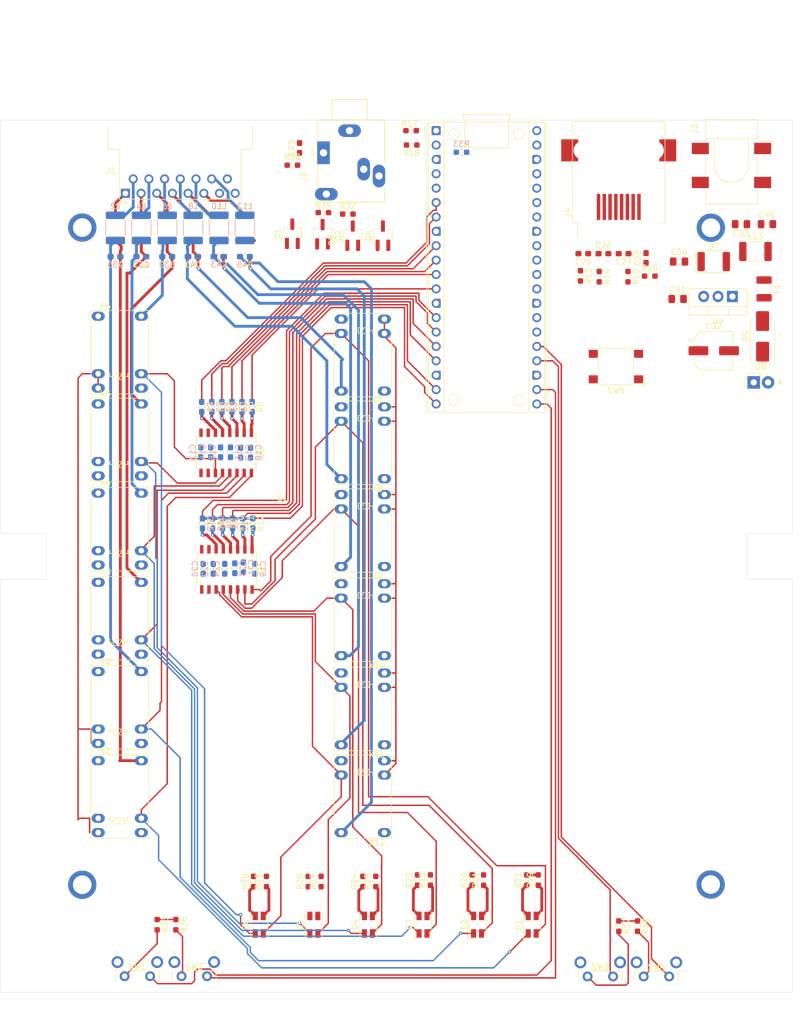
<source format=kicad_pcb>
(kicad_pcb (version 20221018) (generator pcbnew)
  (layers (0 "F.Cu" signal) (31 "B.Cu" signal) (34 "B.Paste" user) (35 "F.Paste" user) (36 "B.SilkS" user "B.Silkscreen") (37 "F.SilkS" user "F.Silkscreen") (38 "B.Mask" user) (39 "F.Mask" user) (44 "Edge.Cuts" user))
  (net 0 "")
  (net 1 "/R1F")
  (net 2 "GND")
  (net 3 "/R1E")
  (net 4 "/R1D")
  (net 5 "/R1C")
  (net 6 "/R1B")
  (net 7 "/R1A")
  (net 8 "/R2C")
  (net 9 "/R2D")
  (net 10 "/R2B")
  (net 11 "/R2E")
  (net 12 "/R2A")
  (net 13 "/R2F")
  (net 14 "/R1FR")
  (net 15 "/R1ER")
  (net 16 "/R1DR")
  (net 17 "/R1CR")
  (net 18 "/R1BR")
  (net 19 "/R1AR")
  (net 20 "/R2AR")
  (net 21 "/R2FR")
  (net 22 "/R2BR")
  (net 23 "/R2ER")
  (net 24 "/R2CR")
  (net 25 "/R2DR")
  (net 26 "/R1_TX")
  (net 27 "/R2_TX")
  (net 28 "/R1_BAND")
  (net 29 "/R2_BAND")
  (net 30 "Net-(Q1-G)")
  (net 31 "+5V")
  (net 32 "+12V")
  (net 33 "Net-(C33-Pad1)")
  (net 34 "Net-(D1-A1)")
  (net 35 "Net-(D1-A2)")
  (net 36 "Net-(D2-A1)")
  (net 37 "Net-(D2-A2)")
  (net 38 "Net-(D3-A1)")
  (net 39 "Net-(D3-A2)")
  (net 40 "Net-(D4-A1)")
  (net 41 "Net-(D4-A2)")
  (net 42 "Net-(D5-A1)")
  (net 43 "Net-(D5-A2)")
  (net 44 "Net-(D6-A1)")
  (net 45 "Net-(D6-A2)")
  (net 46 "Net-(D7-K)")
  (net 47 "/R1AP")
  (net 48 "/R1CP")
  (net 49 "/R1EP")
  (net 50 "/R2AP")
  (net 51 "/R2CP")
  (net 52 "/R2EP")
  (net 53 "/R1BP")
  (net 54 "/R1DP")
  (net 55 "/R1FP")
  (net 56 "/R2BP")
  (net 57 "/R2DP")
  (net 58 "/R2FP")
  (net 62 "Net-(Q1-D)")
  (net 63 "/UART_RX")
  (net 64 "Net-(Q3-G)")
  (net 65 "/UART_TX")
  (net 66 "Net-(U1-GPIO4)")
  (net 67 "Net-(U1-GPIO5)")
  (net 68 "Net-(U1-GPIO6)")
  (net 69 "Net-(U1-GPIO7)")
  (net 70 "Net-(U1-GPIO8)")
  (net 71 "Net-(U1-GPIO9)")
  (net 72 "Net-(U1-GPIO10)")
  (net 73 "Net-(U1-GPIO11)")
  (net 74 "Net-(U1-GPIO12)")
  (net 75 "Net-(U1-GPIO13)")
  (net 76 "Net-(U1-GPIO14)")
  (net 77 "Net-(U1-GPIO15)")
  (net 78 "Net-(U1-GPIO21)")
  (net 79 "Net-(U1-GPIO22)")
  (net 80 "Net-(U1-GPIO26_ADC0)")
  (net 81 "Net-(U1-GPIO27_ADC1)")
  (net 82 "Net-(U1-GPIO0)")
  (net 83 "Net-(U1-GPIO1)")
  (net 84 "+3.3V")
  (net 85 "Net-(R35-Pad2)")
  (net 86 "Net-(R36-Pad2)")
  (net 87 "Net-(R37-Pad2)")
  (net 88 "Net-(R38-Pad2)")
  (net 89 "/SW1")
  (net 90 "/SW2")
  (net 91 "/SW3")
  (net 92 "/SW4")
  (net 93 "Net-(U1-RUN)")
  (net 105 "Net-(J1-Pad1)")
  (net 106 "Net-(J1-Pad2)")
  (net 107 "Net-(J1-Pad3)")
  (net 108 "Net-(J1-Pad4)")
  (net 109 "Net-(J1-Pad5)")
  (net 110 "Net-(J1-Pad6)")
  (net 111 "Net-(J1-P9)")
  (net 112 "Net-(J1-P10)")
  (net 113 "Net-(J1-P111)")
  (net 114 "Net-(J1-P12)")
  (net 115 "Net-(J1-P13)")
  (net 116 "Net-(J1-P14)")
  (net 117 "Net-(C46-Pad1)")
  (footprint "Resistor_SMD:R_0603_1608Metric_Pad0.98x0.95mm_HandSolder" (layer "F.Cu") (at 101.346 28.956 180)
    (fp_text reference "R18")
    (fp_text value "10R")
  )
  (footprint "Relay_THT:Relay_SPDT_HJR-4102" (layer "F.Cu") (at 45.974 137.668)
    (fp_text reference "K1")
    (fp_text value "TIANBO-HJR-4102-L")
  )
  (footprint "Resistor_SMD:R_0603_1608Metric_Pad0.98x0.95mm_HandSolder" (layer "F.Cu") (at 73.279 95.764 -90)
    (fp_text reference "R12")
    (fp_text value "10R")
  )
  (footprint "Capacitor_SMD:CP_Elec_6.3x7.7" (layer "F.Cu") (at 154.686 65.278)
    (fp_text reference "C32")
    (fp_text value "100u")
  )
  (footprint "Relay_THT:Relay_SPDT_HJR-4102" (layer "F.Cu") (at 45.974 121.92)
    (fp_text reference "K2")
    (fp_text value "TIANBO-HJR-4102-L")
  )
  (footprint "Inductor_SMD:L_1812_4532Metric_Pad1.30x3.40mm_HandSolder" (layer "F.Cu") (at 162.052 47.752)
    (fp_text reference "L13")
    (fp_text value "47u")
  )
  (footprint "so5cw-band-decoder-components:LED_RGB_Wuerth-PLCC4_3.2x2.8mm_150141M173100" (layer "F.Cu") (at 84.0616 166.624 90)
    (fp_text reference "D5")
    (fp_text value "LED_Dual_AAKK")
  )
  (footprint "Capacitor_SMD:C_0603_1608Metric_Pad1.08x0.95mm_HandSolder" (layer "F.Cu") (at 131.6585 48.137 180)
    (fp_text reference "C25")
    (fp_text value "47n")
  )
  (footprint "Inductor_SMD:L_1812_4532Metric_Pad1.30x3.40mm_HandSolder" (layer "F.Cu") (at 62.738 43.584 90)
    (fp_text reference "L7")
    (fp_text value "47u")
  )
  (footprint "Capacitor_SMD:C_0603_1608Metric_Pad1.08x0.95mm_HandSolder" (layer "F.Cu") (at 53.594 48.664 180)
    (fp_text reference "C36")
    (fp_text value "47n")
  )
  (footprint "Relay_THT:Relay_SPDT_HJR-4102" (layer "F.Cu") (at 45.974 74.676)
    (fp_text reference "K5")
    (fp_text value "TIANBO-HJR-4102-L")
  )
  (footprint "Resistor_SMD:R_0603_1608Metric_Pad0.98x0.95mm_HandSolder" (layer "F.Cu") (at 104.648 158.75 90)
    (fp_text reference "R23")
    (fp_text value "1k")
  )
  (footprint "Capacitor_SMD:C_0603_1608Metric_Pad1.08x0.95mm_HandSolder" (layer "F.Cu") (at 67.31 48.664 180)
    (fp_text reference "C42")
    (fp_text value "47n")
  )
  (footprint "Inductor_SMD:L_1812_4532Metric_Pad1.30x3.40mm_HandSolder" (layer "F.Cu") (at 49.022 43.584 90)
    (fp_text reference "L1")
    (fp_text value "47u")
  )
  (footprint "Capacitor_SMD:C_0603_1608Metric_Pad1.08x0.95mm_HandSolder" (layer "F.Cu") (at 135.2145 48.137)
    (fp_text reference "C26")
    (fp_text value "47n")
  )
  (footprint "so5cw-band-decoder-components:LED_RGB_Wuerth-PLCC4_3.2x2.8mm_150141M173100" (layer "F.Cu") (at 122.62 166.624 90)
    (fp_text reference "D1")
    (fp_text value "LED_Dual_AAKK")
  )
  (footprint "Resistor_SMD:R_0603_1608Metric_Pad0.98x0.95mm_HandSolder" (layer "F.Cu") (at 69.596 75.19 -90)
    (fp_text reference "R4")
    (fp_text value "10R")
  )
  (footprint "Resistor_SMD:R_0603_1608Metric_Pad0.98x0.95mm_HandSolder" (layer "F.Cu") (at 71.501 95.764 -90)
    (fp_text reference "R11")
    (fp_text value "10R")
  )
  (footprint "Capacitor_SMD:C_0805_2012Metric_Pad1.18x1.45mm_HandSolder" (layer "F.Cu") (at 148.3145 56.134)
    (fp_text reference "C31")
    (fp_text value "100n")
  )
  (footprint "Relay_THT:Relay_SPDT_HJR-4102" (layer "F.Cu") (at 45.974 106.172)
    (fp_text reference "K3")
    (fp_text value "TIANBO-HJR-4102-L")
  )
  (footprint "Diode_THT:D_DO-41_SOD81_P2.54mm_Vertical_AnodeUp" (layer "F.Cu") (at 161.742234 70.866)
    (fp_text reference "D8")
    (fp_text value "1N4001")
  )
  (footprint "Resistor_SMD:R_0603_1608Metric_Pad0.98x0.95mm_HandSolder" (layer "F.Cu") (at 121.666 158.75 90)
    (fp_text reference "R31")
    (fp_text value "1k")
  )
  (footprint "Resistor_SMD:R_0603_1608Metric_Pad0.98x0.95mm_HandSolder" (layer "F.Cu") (at 67.945 95.764 -90)
    (fp_text reference "R9")
    (fp_text value "10R")
  )
  (footprint "Resistor_SMD:R_0603_1608Metric_Pad0.98x0.95mm_HandSolder" (layer "F.Cu") (at 92.71 159.004 90)
    (fp_text reference "R24")
    (fp_text value "1k")
  )
  (footprint "Resistor_SMD:R_0603_1608Metric_Pad0.98x0.95mm_HandSolder" (layer "F.Cu") (at 123.698 158.75 90)
    (fp_text reference "R19")
    (fp_text value "1k")
  )
  (footprint "Package_SO:SOIC-16W_5.3x10.2mm_P1.27mm" (layer "F.Cu") (at 68.58 83.312 -90)
    (fp_text reference "U2")
    (fp_text value "ULN2003A")
  )
  (footprint "Capacitor_SMD:C_1210_3225Metric_Pad1.33x2.70mm_HandSolder" (layer "F.Cu") (at 163.576 54.356 -90)
    (fp_text reference "F1")
    (fp_text value "Polyfuse")
  )
  (footprint "Resistor_SMD:R_0603_1608Metric_Pad0.98x0.95mm_HandSolder" (layer "F.Cu") (at 69.723 95.764 -90)
    (fp_text reference "R10")
    (fp_text value "10R")
  )
  (footprint "Capacitor_SMD:C_0805_2012Metric_Pad1.18x1.45mm_HandSolder" (layer "F.Cu") (at 148.5685 49.53)
    (fp_text reference "C30")
    (fp_text value "100n")
  )
  (footprint "Package_TO_SOT_SMD:SOT-23W_Handsoldering" (layer "F.Cu") (at 96.266 44.958 90)
    (fp_text reference "Q4")
    (fp_text value "BS170F")
  )
  (footprint "Inductor_SMD:L_1812_4532Metric_Pad1.30x3.40mm_HandSolder" (layer "F.Cu") (at 58.166 43.584 90)
    (fp_text reference "L5")
    (fp_text value "47u")
  )
  (footprint "Resistor_SMD:R_0603_1608Metric_Pad0.98x0.95mm_HandSolder" (layer "F.Cu") (at 134.4525 52.201 -90)
    (fp_text reference "R14")
    (fp_text value "10R")
  )
  (footprint "Diode_SMD:D_SMB_Handsoldering" (layer "F.Cu") (at 163.322 62.738 90)
    (fp_text reference "D9")
    (fp_text value "SMBJ16CA")
  )
  (footprint "Resistor_SMD:R_0603_1608Metric_Pad0.98x0.95mm_HandSolder" (layer "F.Cu") (at 71.374 75.19 -90)
    (fp_text reference "R5")
    (fp_text value "10R")
  )
  (footprint "Resistor_SMD:R_0603_1608Metric_Pad0.98x0.95mm_HandSolder" (layer "F.Cu") (at 85.7485 40.894)
    (fp_text reference "R34")
    (fp_text value "10k")
  )
  (footprint "Capacitor_SMD:C_0805_2012Metric_Pad1.18x1.45mm_HandSolder" (layer "F.Cu") (at 164.084 42.926)
    (fp_text reference "C46")
    (fp_text value "100n")
  )
  (footprint "Connector_BarrelJack:BarrelJack_CLIFF_FC681465S_SMT_Horizontal" (layer "F.Cu") (at 157.822 32.56 -90)
    (fp_text reference "J3")
    (fp_text value "Barrel_Jack_MountingPin")
  )
  (footprint "Capacitor_SMD:C_0603_1608Metric_Pad1.08x0.95mm_HandSolder" (layer "F.Cu") (at 58.166 48.664 180)
    (fp_text reference "C38")
    (fp_text value "47n")
  )
  (footprint "Connector_Dsub:DSUB-15_Female_Horizontal_P2.77x2.54mm_EdgePinOffset9.40mm" (layer "F.Cu") (at 50.777 37.482331 180)
    (fp_text reference "J1")
    (fp_text value "DA15_Receptacle")
  )
  (footprint "Resistor_SMD:R_0603_1608Metric_Pad0.98x0.95mm_HandSolder" (layer "F.Cu") (at 64.389 95.764 -90)
    (fp_text reference "R7")
    (fp_text value "10R")
  )
  (footprint "Connector_Audio:Jack_3.5mm_Ledino_KB3SPRS_Horizontal" (layer "F.Cu") (at 85.7665 30.322 -90)
    (fp_text reference "J2")
    (fp_text value "AudioJack3_SwitchTR")
  )
  (footprint "Resistor_SMD:R_0603_1608Metric_Pad0.98x0.95mm_HandSolder" (layer "F.Cu") (at 66.04 75.19 -90)
    (fp_text reference "R2")
    (fp_text value "10R")
  )
  (footprint "Resistor_SMD:R_0603_1608Metric_Pad0.98x0.95mm_HandSolder" (layer "F.Cu") (at 112.014 158.75 90)
    (fp_text reference "R20")
    (fp_text value "1k")
  )
  (footprint "Resistor_SMD:R_0603_1608Metric_Pad0.98x0.95mm_HandSolder" (layer "F.Cu") (at 90.0665 41.148)
    (fp_text reference "R32")
    (fp_text value "10k")
  )
  (footprint "Capacitor_SMD:C_0603_1608Metric_Pad1.08x0.95mm_HandSolder" (layer "F.Cu") (at 142.734 48.899 90)
    (fp_text reference "C28")
    (fp_text value "47n")
  )
  (footprint "Relay_THT:Relay_SPDT_HJR-4102" (layer "F.Cu") (at 96.52 150.368 180)
    (fp_text reference "K12")
    (fp_text value "TIANBO-HJR-4102-L")
  )
  (footprint "Resistor_SMD:R_0603_1608Metric_Pad0.98x0.95mm_HandSolder" (layer "F.Cu") (at 59.69 166.624 -90)
    (fp_text reference "R36")
    (fp_text value "10k")
  )
  (footprint "Resistor_SMD:R_0603_1608Metric_Pad0.98x0.95mm_HandSolder" (layer "F.Cu") (at 80.264 32.512)
    (fp_text reference "R30")
    (fp_text value "10k")
  )
  (footprint "Relay_THT:Relay_SPDT_HJR-4102" (layer "F.Cu") (at 96.52 134.874 180)
    (fp_text reference "K11")
    (fp_text value "TIANBO-HJR-4102-L")
  )
  (footprint "Package_TO_SOT_SMD:SOT-23W_Handsoldering" (layer "F.Cu") (at 90.932 44.958 90)
    (fp_text reference "Q2")
    (fp_text value "BS170F")
  )
  (footprint "so5cw-band-decoder-components:LED_RGB_Wuerth-PLCC4_3.2x2.8mm_150141M173100" (layer "F.Cu") (at 74.422 166.624 90)
    (fp_text reference "D6")
    (fp_text value "LED_Dual_AAKK")
  )
  (footprint "Relay_THT:Relay_SPDT_HJR-4102" (layer "F.Cu") (at 96.52 72.39 180)
    (fp_text reference "K7")
    (fp_text value "TIANBO-HJR-4102-L")
  )
  (footprint "Resistor_SMD:R_0603_1608Metric_Pad0.98x0.95mm_HandSolder" (layer "F.Cu") (at 85.344 159.004 90)
    (fp_text reference "R27")
    (fp_text value "1k")
  )
  (footprint "Package_SO:SOIC-16W_5.3x10.2mm_P1.27mm" (layer "F.Cu") (at 68.707 103.892 -90)
    (fp_text reference "U3")
    (fp_text value "ULN2003A")
  )
  (footprint "Relay_THT:Relay_SPDT_HJR-4102" (layer "F.Cu") (at 96.52 103.378 180)
    (fp_text reference "K9")
    (fp_text value "TIANBO-HJR-4102-L")
  )
  (footprint "Relay_THT:Relay_SPDT_HJR-4102" (layer "F.Cu") (at 45.974 59.182)
    (fp_text reference "K6")
    (fp_text value "TIANBO-HJR-4102-L")
  )
  (footprint "Capacitor_SMD:C_0805_2012Metric_Pad1.18x1.45mm_HandSolder" (layer "F.Cu") (at 159.512 42.926 180)
    (fp_text reference "C33")
    (fp_text value "100n")
  )
  (footprint "Button_Switch_SMD:SW_SPST_Omron_B3FS-100xP" (layer "F.Cu") (at 137.414 68.072 180)
    (fp_text reference "SW5")
    (fp_text value "SW_Omron_B3FS")
  )
  (footprint "Inductor_SMD:L_1812_4532Metric_Pad1.30x3.40mm_HandSolder" (layer "F.Cu") (at 71.882 43.584 90)
    (fp_text reference "L11")
    (fp_text value "47u")
  )
  (footprint "so5cw-band-decoder-components:LED_RGB_Wuerth-PLCC4_3.2x2.8mm_150141M173100" (layer "F.Cu") (at 93.7012 166.624 90)
    (fp_text reference "D4")
    (fp_text value "LED_Dual_AAKK")
  )
  (footprint "Resistor_SMD:R_0603_1608Metric_Pad0.98x0.95mm_HandSolder" (layer "F.Cu") (at 83.058 159.004 90)
    (fp_text reference "R26")
    (fp_text value "1k")
  )
  (footprint "Resistor_SMD:R_0603_1608Metric_Pad0.98x0.95mm_HandSolder" (layer "F.Cu") (at 141.224 166.878 -90)
    (fp_text reference "R38")
    (fp_text value "10k")
  )
  (footprint "Button_Switch_THT:SW_Tactile_SPST_Angled_PTS645Vx83-2LFS" (layer "F.Cu") (at 136.906 175.768 180)
    (fp_text reference "SW3")
    (fp_text value "TASTER 3305D")
  )
  (footprint "Resistor_SMD:R_0603_1608Metric_Pad0.98x0.95mm_HandSolder" (layer "F.Cu") (at 137.922 166.878 -90)
    (fp_text reference "R37")
    (fp_text value "10k")
  )
  (footprint "so5cw-band-decoder-components:LED_RGB_Wuerth-PLCC4_3.2x2.8mm_150141M173100" (layer "F.Cu") (at 112.9804 166.624 90)
    (fp_text reference "D2")
    (fp_text value "LED_Dual_AAKK")
  )
  (footprint "Inductor_SMD:L_1812_4532Metric_Pad1.30x3.40mm_HandSolder" (layer "F.Cu") (at 53.594 43.584 90)
    (fp_text reference "L3")
    (fp_text value "47u")
  )
  (footprint "Resistor_SMD:R_0603_1608Metric_Pad0.98x0.95mm_HandSolder" (layer "F.Cu") (at 73.406 159.004 90)
    (fp_text reference "R28")
    (fp_text value "1k")
  )
  (footprint "Resistor_SMD:R_0603_1608Metric_Pad0.98x0.95mm_HandSolder" (layer "F.Cu") (at 101.2425 26.416 180)
    (fp_text reference "R17")
    (fp_text value "10R")
  )
  (footprint "Resistor_SMD:R_0603_1608Metric_Pad0.98x0.95mm_HandSolder" (layer "F.Cu") (at 94.996 159.004 90)
    (fp_text reference "R25")
    (fp_text value "1k")
  )
  (footprint "Resistor_SMD:R_0603_1608Metric_Pad0.98x0.95mm_HandSolder" (layer "F.Cu") (at 131.1505 52.0505 -90)
    (fp_text reference "R13")
    (fp_text value "10R")
  )
  (footprint "Module_RaspberryPi_Pico:RaspberryPi_Pico_Common_THT" (layer "F.Cu") (at 114.554 50.546)
    (fp_text reference "U1")
    (fp_text value "RaspberryPi_Pico")
  )
  (footprint "Diode_SMD:D_1812_4532Metric_Pad1.30x3.40mm_HandSolder" (layer "F.Cu") (at 154.686 49.53)
    (fp_text reference "D7")
    (fp_text value "10MQ040N")
  )
  (footprint "Resistor_SMD:R_0603_1608Metric_Pad0.98x0.95mm_HandSolder" (layer "F.Cu") (at 114.046 158.75 90)
    (fp_text reference "R21")
    (fp_text value "1k")
  )
  (footprint "Resistor_SMD:R_0603_1608Metric_Pad0.98x0.95mm_HandSolder" (layer "F.Cu") (at 73.152 75.19 -90)
    (fp_text reference "R6")
    (fp_text value "10R")
  )
  (footprint "Resistor_SMD:R_0603_1608Metric_Pad0.98x0.95mm_HandSolder" (layer "F.Cu") (at 67.818 75.19 -90)
    (fp_text reference "R3")
    (fp_text value "10R")
  )
  (footprint "Capacitor_SMD:C_0603_1608Metric_Pad1.08x0.95mm_HandSolder" (layer "F.Cu") (at 81.534 29.464 90)
    (fp_text reference "C29")
    (fp_text value "1n")
  )
  (footprint "Button_Switch_THT:SW_Tactile_SPST_Angled_PTS645Vx83-2LFS" (layer "F.Cu") (at 146.812 175.768 180)
    (fp_text reference "SW4")
    (fp_text value "TASTER 3305D")
  )
  (footprint "Button_Switch_THT:SW_Tactile_SPST_Angled_PTS645Vx83-2LFS" (layer "F.Cu") (at 65.197 175.718 180)
    (fp_text reference "SW2")
    (fp_text value "TASTER 3305D")
  )
  (footprint "Resistor_SMD:R_0603_1608Metric_Pad0.98x0.95mm_HandSolder" (layer "F.Cu") (at 143.3925 52.1005)
    (fp_text reference "R16")
    (fp_text value "10R")
  )
  (footprint "Resistor_SMD:R_0603_1608Metric_Pad0.98x0.95mm_HandSolder" (layer "F.Cu") (at 139.5325 52.201 -90)
    (fp_text reference "R15")
    (fp_text value "10R")
  )
  (footprint "Package_TO_SOT_SMD:SOT-23W_Handsoldering" (layer "F.Cu") (at 80.264 44.626 90)
    (fp_text reference "Q1")
    (fp_text value "BS170F")
  )
  (footprint "Inductor_SMD:L_1812_4532Metric_Pad1.30x3.40mm_HandSolder" (layer "F.Cu") (at 67.31 43.584 90)
    (fp_text reference "L9")
    (fp_text value "47u")
  )
  (footprint "Button_Switch_THT:SW_Tactile_SPST_Angled_PTS645Vx83-2LFS" (layer "F.Cu") (at 55.138 175.718 180)
    (fp_text reference "SW1")
    (fp_text value "TASTER 3305D")
  )
  (footprint "Capacitor_SMD:C_0603_1608Metric_Pad1.08x0.95mm_HandSolder" (layer "F.Cu") (at 138.7705 48.137 180)
    (fp_text reference "C27")
    (fp_text value "47n")
  )
  (footprint "Capacitor_SMD:C_0603_1608Metric_Pad1.08x0.95mm_HandSolder" (layer "F.Cu") (at 49.022 48.664 180)
    (fp_text reference "C34")
    (fp_text value "47n")
  )
  (footprint "so5cw-band-decoder-components:RJ45_Weidmueller_RJ45C5E_S1U_0.9N4N_RL" (layer "F.Cu") (at 137.908 29.898 90)
    (fp_text reference "J4")
    (fp_text value "RJ45")
  )
  (footprint "Capacitor_SMD:C_0603_1608Metric_Pad1.08x0.95mm_HandSolder" (layer "F.Cu") (at 62.738 48.664 180)
    (fp_text reference "C40")
    (fp_text value "47n")
  )
  (footprint "Relay_THT:Relay_SPDT_HJR-4102" (layer "F.Cu") (at 96.52 87.884 180)
    (fp_text reference "K8")
    (fp_text value "TIANBO-HJR-4102-L")
  )
  (footprint "Resistor_SMD:R_0603_1608Metric_Pad0.98x0.95mm_HandSolder" (layer "F.Cu") (at 75.692 159.004 90)
    (fp_text reference "R29")
    (fp_text value "1k")
  )
  (footprint "Package_TO_SOT_THT:TO-220-3_Vertical" (layer "F.Cu") (at 157.988 55.697 180)
    (fp_text reference "U4")
    (fp_text value "LM78M05_TO220")
  )
  (footprint "Resistor_SMD:R_0603_1608Metric_Pad0.98x0.95mm_HandSolder" (layer "F.Cu") (at 64.262 75.19 -90)
    (fp_text reference "R1")
    (fp_text value "10R")
  )
  (footprint "Capacitor_SMD:C_0603_1608Metric_Pad1.08x0.95mm_HandSolder" (layer "F.Cu") (at 71.882 48.664 180)
    (fp_text reference "C44")
    (fp_text value "47n")
  )
  (footprint "Resistor_SMD:R_0603_1608Metric_Pad0.98x0.95mm_HandSolder" (layer "F.Cu") (at 66.167 95.764 -90)
    (fp_text reference "R8")
    (fp_text value "10R")
  )
  (footprint "so5cw-band-decoder-components:LED_RGB_Wuerth-PLCC4_3.2x2.8mm_150141M173100" (layer "F.Cu") (at 103.3408 166.624 90)
    (fp_text reference "D3")
    (fp_text value "LED_Dual_AAKK")
  )
  (footprint "Resistor_SMD:R_0603_1608Metric_Pad0.98x0.95mm_HandSolder" (layer "F.Cu") (at 102.362 158.75 90)
    (fp_text reference "R22")
    (fp_text value "1k")
  )
  (footprint "Package_TO_SOT_SMD:SOT-23W_Handsoldering" (layer "F.Cu") (at 85.598 44.704 90)
    (fp_text reference "Q3")
    (fp_text value "BS170F")
  )
  (footprint "Relay_THT:Relay_SPDT_HJR-4102" (layer "F.Cu") (at 45.974 90.424)
    (fp_text reference "K4")
    (fp_text value "TIANBO-HJR-4102-L")
  )
  (footprint "Relay_THT:Relay_SPDT_HJR-4102" (layer "F.Cu") (at 96.52 119.126 180)
    (fp_text reference "K10")
    (fp_text value "TIANBO-HJR-4102-L")
  )
  (footprint "Resistor_SMD:R_0603_1608Metric_Pad0.98x0.95mm_HandSolder" (layer "F.Cu") (at 56.388 166.624 -90)
    (fp_text reference "R35")
    (fp_text value "10k")
  )
  (footprint "Capacitor_SMD:C_0603_1608Metric_Pad1.08x0.95mm_HandSolder" (layer "B.Cu") (at 64.389 95.764 90)
    (fp_text reference "C12")
    (fp_text value "100n")
  )
  (footprint "Capacitor_SMD:C_0603_1608Metric_Pad1.08x0.95mm_HandSolder" (layer "B.Cu") (at 71.12 83.2705 90)
    (fp_text reference "C17")
    (fp_text value "100n")
  )
  (footprint "Capacitor_SMD:C_0603_1608Metric_Pad1.08x0.95mm_HandSolder" (layer "B.Cu") (at 68.326 103.7855 -90)
    (fp_text reference "C24")
    (fp_text value "100n")
  )
  (footprint "Capacitor_SMD:C_0603_1608Metric_Pad1.08x0.95mm_HandSolder" (layer "B.Cu") (at 71.882 48.661382)
    (fp_text reference "C45")
    (fp_text value "47n")
  )
  (footprint "Capacitor_SMD:C_0603_1608Metric_Pad1.08x0.95mm_HandSolder" (layer "B.Cu") (at 66.167 95.764 90)
    (fp_text reference "C10")
    (fp_text value "100n")
  )
  (footprint "Inductor_SMD:L_1812_4532Metric_Pad1.30x3.40mm_HandSolder" (layer "B.Cu") (at 71.882 43.584 90)
    (fp_text reference "L12")
    (fp_text value "47u")
  )
  (footprint "Capacitor_SMD:C_0603_1608Metric_Pad1.08x0.95mm_HandSolder" (layer "B.Cu") (at 64.516 103.7855 -90)
    (fp_text reference "C20")
    (fp_text value "100n")
  )
  (footprint "Capacitor_SMD:C_0603_1608Metric_Pad1.08x0.95mm_HandSolder" (layer "B.Cu") (at 53.594 48.664)
    (fp_text reference "C37")
    (fp_text value "47n")
  )
  (footprint "Capacitor_SMD:C_0603_1608Metric_Pad1.08x0.95mm_HandSolder" (layer "B.Cu") (at 64.262 75.19 90)
    (fp_text reference "C1")
    (fp_text value "100n")
  )
  (footprint "Capacitor_SMD:C_0603_1608Metric_Pad1.08x0.95mm_HandSolder" (layer "B.Cu") (at 73.279 95.764 -90)
    (fp_text reference "C11")
    (fp_text value "100n")
  )
  (footprint "Inductor_SMD:L_1812_4532Metric_Pad1.30x3.40mm_HandSolder" (layer "B.Cu") (at 67.31 43.584 90)
    (fp_text reference "L10")
    (fp_text value "47u")
  )
  (footprint "Inductor_SMD:L_1812_4532Metric_Pad1.30x3.40mm_HandSolder" (layer "B.Cu") (at 49.022 43.584 90)
    (fp_text reference "L2")
    (fp_text value "47u")
  )
  (footprint "Capacitor_SMD:C_0603_1608Metric_Pad1.08x0.95mm_HandSolder" (layer "B.Cu") (at 69.342 83.2115 90)
    (fp_text reference "C16")
    (fp_text value "100n")
  )
  (footprint "Capacitor_SMD:C_0603_1608Metric_Pad1.08x0.95mm_HandSolder" (layer "B.Cu") (at 71.501 95.764 -90)
    (fp_text reference "C9")
    (fp_text value "100n")
  )
  (footprint "Inductor_SMD:L_1812_4532Metric_Pad1.30x3.40mm_HandSolder" (layer "B.Cu") (at 62.738 43.584 90)
    (fp_text reference "L8")
    (fp_text value "47u")
  )
  (footprint "Capacitor_SMD:C_0603_1608Metric_Pad1.08x0.95mm_HandSolder" (layer "B.Cu") (at 71.374 75.19 -90)
    (fp_text reference "C5")
    (fp_text value "100n")
  )
  (footprint "Capacitor_SMD:C_0603_1608Metric_Pad1.08x0.95mm_HandSolder" (layer "B.Cu") (at 58.166 48.664)
    (fp_text reference "C39")
    (fp_text value "47n")
  )
  (footprint "Capacitor_SMD:C_0603_1608Metric_Pad1.08x0.95mm_HandSolder" (layer "B.Cu") (at 71.628 103.5315 90)
    (fp_text reference "C21")
    (fp_text value "100n")
  )
  (footprint "Capacitor_SMD:C_0603_1608Metric_Pad1.08x0.95mm_HandSolder" (layer "B.Cu") (at 73.152 75.19 -90)
    (fp_text reference "C6")
    (fp_text value "100n")
  )
  (footprint "Inductor_SMD:L_1812_4532Metric_Pad1.30x3.40mm_HandSolder" (layer "B.Cu") (at 53.594 43.584 90)
    (fp_text reference "L4")
    (fp_text value "47u")
  )
  (footprint "Capacitor_SMD:C_0603_1608Metric_Pad1.08x0.95mm_HandSolder" (layer "B.Cu") (at 66.294 103.7855 -90)
    (fp_text reference "C22")
    (fp_text value "100n")
  )
  (footprint "Capacitor_SMD:C_0603_1608Metric_Pad1.08x0.95mm_HandSolder" (layer "B.Cu") (at 62.6375 48.664)
    (fp_text reference "C41")
    (fp_text value "47n")
  )
  (footprint "Capacitor_SMD:C_0603_1608Metric_Pad1.08x0.95mm_HandSolder" (layer "B.Cu") (at 69.723 95.764 -90)
    (fp_text reference "C7")
    (fp_text value "100n")
  )
  (footprint "Capacitor_SMD:C_0603_1608Metric_Pad1.08x0.95mm_HandSolder" (layer "B.Cu") (at 73.66 103.7855 90)
    (fp_text reference "C19")
    (fp_text value "100n")
  )
  (footprint "Capacitor_SMD:C_0603_1608Metric_Pad1.08x0.95mm_HandSolder" (layer "B.Cu") (at 67.818 75.19 90)
    (fp_text reference "C3")
    (fp_text value "100n")
  )
  (footprint "Capacitor_SMD:C_0603_1608Metric_Pad1.08x0.95mm_HandSolder" (layer "B.Cu") (at 67.592 83.2115 -90)
    (fp_text reference "C15")
    (fp_text value "100n")
  )
  (footprint "Capacitor_SMD:C_0603_1608Metric_Pad1.08x0.95mm_HandSolder" (layer "B.Cu") (at 72.87 83.2705 90)
    (fp_text reference "C18")
    (fp_text value "100n")
  )
  (footprint "Resistor_SMD:R_0603_1608Metric_Pad0.98x0.95mm_HandSolder" (layer "B.Cu") (at 110.1325 30.226 180)
    (fp_text reference "R33")
    (fp_text value "10k")
  )
  (footprint "Capacitor_SMD:C_0603_1608Metric_Pad1.08x0.95mm_HandSolder" (layer "B.Cu") (at 64.092 83.2115 -90)
    (fp_text reference "C13")
    (fp_text value "100n")
  )
  (footprint "Capacitor_SMD:C_0603_1608Metric_Pad1.08x0.95mm_HandSolder" (layer "B.Cu") (at 66.04 75.19 90)
    (fp_text reference "C2")
    (fp_text value "100n")
  )
  (footprint "Capacitor_SMD:C_0603_1608Metric_Pad1.08x0.95mm_HandSolder" (layer "B.Cu") (at 49.022 48.664)
    (fp_text reference "C35")
    (fp_text value "47n")
  )
  (footprint "Capacitor_SMD:C_0603_1608Metric_Pad1.08x0.95mm_HandSolder" (layer "B.Cu") (at 67.945 95.764 90)
    (fp_text reference "C8")
    (fp_text value "100n")
  )
  (footprint "Capacitor_SMD:C_0603_1608Metric_Pad1.08x0.95mm_HandSolder" (layer "B.Cu") (at 65.842 83.2115 -90)
    (fp_text reference "C14")
    (fp_text value "100n")
  )
  (footprint "Inductor_SMD:L_1812_4532Metric_Pad1.30x3.40mm_HandSolder" (layer "B.Cu") (at 58.166 43.584 90)
    (fp_text reference "L6")
    (fp_text value "47u")
  )
  (footprint "Capacitor_SMD:C_0603_1608Metric_Pad1.08x0.95mm_HandSolder" (layer "B.Cu") (at 69.596 75.19 -90)
    (fp_text reference "C4")
    (fp_text value "100n")
  )
  (footprint "Capacitor_SMD:C_0603_1608Metric_Pad1.08x0.95mm_HandSolder" (layer "B.Cu") (at 70.104 103.685 90)
    (fp_text reference "C23")
    (fp_text value "100n")
  )
  (footprint "Capacitor_SMD:C_0603_1608Metric_Pad1.08x0.95mm_HandSolder" (layer "B.Cu") (at 67.2095 48.664)
    (fp_text reference "C43")
    (fp_text value "47n")
  )
  (gr_poly locked (pts (xy 28.656 24.562) (xy 28.656 97.562) (xy 36.784 97.562) (xy 36.784 105.664) (xy 28.656 105.664) (xy 28.656 178.562) (xy 168.656 178.562) (xy 168.656 105.613) (xy 160.528 105.613) (xy 160.528 97.511) (xy 168.656 97.511) (xy 168.656 24.562)) (stroke (width 0.05)) (fill none) (layer "Edge.Cuts"))
  (via locked (at 43.157783 159.57427) (size 5) (drill 3.3) (layers "F.Cu" "B.Cu") (net 0))
  (via locked (at 154.14673 159.530761) (size 5) (drill 3.3) (layers "F.Cu" "B.Cu") (net 0))
  (via locked (at 43.158896 43.526309) (size 5) (drill 3.3) (layers "F.Cu" "B.Cu") (net 0))
  (via locked (at 154.177174 43.557432) (size 5) (drill 3.3) (layers "F.Cu" "B.Cu") (net 0))
  (segment (start 64.262 77.222) (end 64.585 77.222) (width 0.5) (layer "F.Cu") (net 1))
  (segment (start 66.675 79.312) (end 66.675 79.762) (width 0.5) (layer "F.Cu") (net 1))
  (segment (start 64.262 76.1025) (end 64.262 77.222) (width 0.5) (layer "F.Cu") (net 1))
  (segment (start 64.585 77.222) (end 66.675 79.312) (width 0.5) (layer "F.Cu") (net 1))
  (via (at 64.262 77.222) (size 0.6) (drill 0.3) (layers "F.Cu" "B.Cu") (net 1))
  (segment (start 64.389 94.9015) (end 73.279 94.9015) (width 0.5) (layer "B.Cu") (net 2))
  (segment (start 66.04 77.222) (end 66.04 77.222) (width 0.5) (layer "F.Cu") (net 3))
  (segment (start 66.04 76.1025) (end 66.04 77.222) (width 0.5) (layer "F.Cu") (net 3))
  (segment (start 66.04 77.222) (end 67.945 79.127) (width 0.5) (layer "F.Cu") (net 3))
  (segment (start 67.945 79.127) (end 67.945 79.762) (width 0.5) (layer "F.Cu") (net 3))
  (via (at 66.04 77.222) (size 0.6) (drill 0.3) (layers "F.Cu" "B.Cu") (net 3))
  (segment (start 67.818 77.222) (end 67.818 77.222) (width 0.5) (layer "F.Cu") (net 4))
  (segment (start 67.818 76.1025) (end 67.818 77.222) (width 0.5) (layer "F.Cu") (net 4))
  (segment (start 68.072 77.476) (end 69.215 78.619) (width 0.5) (layer "F.Cu") (net 4))
  (segment (start 69.215 78.619) (end 69.215 79.762) (width 0.5) (layer "F.Cu") (net 4))
  (via (at 67.818 77.222) (size 0.6) (drill 0.3) (layers "F.Cu" "B.Cu") (net 4))
  (segment (start 69.85 77.476) (end 70.485 78.111) (width 0.5) (layer "F.Cu") (net 5))
  (segment (start 69.596 76.1025) (end 69.596 77.222) (width 0.5) (layer "F.Cu") (net 5))
  (segment (start 69.596 77.222) (end 69.596 77.222) (width 0.5) (layer "F.Cu") (net 5))
  (segment (start 70.485 78.111) (end 70.485 79.762) (width 0.5) (layer "F.Cu") (net 5))
  (via (at 69.596 77.222) (size 0.6) (drill 0.3) (layers "F.Cu" "B.Cu") (net 5))
  (segment (start 71.374 76.1025) (end 71.374 77.222) (width 0.5) (layer "F.Cu") (net 6))
  (segment (start 71.755 78.111) (end 71.755 79.762) (width 0.5) (layer "F.Cu") (net 6))
  (segment (start 71.374 77.222) (end 71.374 77.73) (width 0.5) (layer "F.Cu") (net 6))
  (segment (start 71.374 77.73) (end 71.755 78.111) (width 0.5) (layer "F.Cu") (net 6))
  (via (at 71.374 77.222) (size 0.6) (drill 0.3) (layers "F.Cu" "B.Cu") (net 6))
  (segment (start 73.152 76.1025) (end 73.152 77.222) (width 0.5) (layer "F.Cu") (net 7))
  (segment (start 73.152 77.222) (end 73.152 78.238) (width 0.5) (layer "F.Cu") (net 7))
  (segment (start 73.025 78.365) (end 73.025 79.762) (width 0.5) (layer "F.Cu") (net 7))
  (segment (start 73.152 78.238) (end 73.025 78.365) (width 0.5) (layer "F.Cu") (net 7))
  (via (at 73.152 77.222) (size 0.6) (drill 0.3) (layers "F.Cu" "B.Cu") (net 7))
  (segment (start 70.612 100.342) (end 70.612 98.939) (width 0.5) (layer "F.Cu") (net 8))
  (segment (start 69.723 98.05) (end 69.723 97.796) (width 0.5) (layer "F.Cu") (net 8))
  (segment (start 69.723 97.796) (end 69.723 96.6765) (width 0.5) (layer "F.Cu") (net 8))
  (segment (start 70.612 98.939) (end 69.723 98.05) (width 0.5) (layer "F.Cu") (net 8))
  (via (at 69.723 97.796) (size 0.6) (drill 0.3) (layers "F.Cu" "B.Cu") (net 8))
  (segment (start 69.723 96.6265) (end 69.723 97.796) (width 0.5) (layer "B.Cu") (net 8))
  (segment (start 69.342 100.342) (end 69.342 99.193) (width 0.5) (layer "F.Cu") (net 9))
  (segment (start 69.342 99.193) (end 67.945 97.796) (width 0.5) (layer "F.Cu") (net 9))
  (segment (start 67.945 97.796) (end 67.945 96.6765) (width 0.5) (layer "F.Cu") (net 9))
  (via (at 67.945 97.796) (size 0.6) (drill 0.3) (layers "F.Cu" "B.Cu") (net 9))
  (segment (start 67.945 96.6265) (end 67.945 97.796) (width 0.5) (layer "B.Cu") (net 9))
  (segment (start 71.501 96.6765) (end 71.501 97.796) (width 0.5) (layer "F.Cu") (net 10))
  (segment (start 71.501 98.05) (end 71.882 98.431) (width 0.5) (layer "F.Cu") (net 10))
  (segment (start 71.882 98.431) (end 71.882 100.342) (width 0.5) (layer "F.Cu") (net 10))
  (segment (start 71.501 97.796) (end 71.501 98.05) (width 0.5) (layer "F.Cu") (net 10))
  (via (at 71.501 97.796) (size 0.6) (drill 0.3) (layers "F.Cu" "B.Cu") (net 10))
  (segment (start 71.501 96.6265) (end 71.501 97.796) (width 0.5) (layer "B.Cu") (net 10))
  (segment (start 66.167 96.6765) (end 66.167 97.796) (width 0.5) (layer "F.Cu") (net 11))
  (segment (start 68.072 99.447) (end 68.072 100.342) (width 0.5) (layer "F.Cu") (net 11))
  (segment (start 66.167 97.796) (end 66.421 97.796) (width 0.5) (layer "F.Cu") (net 11))
  (segment (start 66.421 97.796) (end 68.072 99.447) (width 0.5) (layer "F.Cu") (net 11))
  (via (at 66.167 97.796) (size 0.6) (drill 0.3) (layers "F.Cu" "B.Cu") (net 11))
  (segment (start 66.167 96.6265) (end 66.167 97.796) (width 0.5) (layer "B.Cu") (net 11))
  (segment (start 73.152 97.923) (end 73.279 97.796) (width 0.5) (layer "F.Cu") (net 12))
  (segment (start 73.152 100.342) (end 73.152 97.923) (width 0.5) (layer "F.Cu") (net 12))
  (segment (start 73.279 96.6765) (end 73.279 97.796) (width 0.5) (layer "F.Cu") (net 12))
  (via (at 73.279 97.796) (size 0.6) (drill 0.3) (layers "F.Cu" "B.Cu") (net 12))
  (segment (start 73.279 96.6265) (end 73.279 97.796) (width 0.5) (layer "B.Cu") (net 12))
  (segment (start 73.279 96.6265) (end 73.279 96.526) (width 0.5) (layer "B.Cu") (net 12))
  (segment (start 65.856339 98.546) (end 65.417 98.106661) (width 0.5) (layer "F.Cu") (net 13))
  (segment (start 66.802 100.342) (end 66.802 99.447) (width 0.5) (layer "F.Cu") (net 13))
  (segment (start 66.802 99.447) (end 65.901 98.546) (width 0.5) (layer "F.Cu") (net 13))
  (segment (start 65.901 98.546) (end 65.856339 98.546) (width 0.5) (layer "F.Cu") (net 13))
  (segment (start 65.417 98.106661) (end 65.417 98.062) (width 0.5) (layer "F.Cu") (net 13))
  (segment (start 64.389 96.6765) (end 64.5395 96.6765) (width 0.5) (layer "F.Cu") (net 13))
  (segment (start 65.417 98.062) (end 65.151 97.796) (width 0.5) (layer "F.Cu") (net 13))
  (segment (start 64.5395 96.6765) (end 64.643 96.78) (width 0.5) (layer "F.Cu") (net 13))
  (segment (start 64.389 97.796) (end 64.389 96.6765) (width 0.5) (layer "F.Cu") (net 13))
  (segment (start 65.151 97.796) (end 64.389 97.796) (width 0.5) (layer "F.Cu") (net 13))
  (via (at 64.389 97.796) (size 0.6) (drill 0.3) (layers "F.Cu" "B.Cu") (net 13))
  (segment (start 64.389 96.6265) (end 64.389 97.796) (width 0.5) (layer "B.Cu") (net 13))
  (segment (start 66.675 84.455) (end 66.675 86.862) (width 0.254) (layer "F.Cu") (net 14))
  (segment (start 71.12 164.846) (end 71.12 166.624) (width 0.254) (layer "F.Cu") (net 14))
  (segment (start 66.802 84.328) (end 66.675 84.455) (width 0.254) (layer "F.Cu") (net 14))
  (segment (start 71.12 166.624) (end 72.67 168.174) (width 0.254) (layer "F.Cu") (net 14))
  (segment (start 73.722 168.174) (end 73.686 168.174) (width 0.254) (layer "F.Cu") (net 14))
  (segment (start 72.67 168.174) (end 73.722 168.174) (width 0.254) (layer "F.Cu") (net 14))
  (segment (start 73.686 168.174) (end 73.66 168.148) (width 0.254) (layer "F.Cu") (net 14))
  (segment (start 58.166 69.342) (end 59.436 70.612) (width 0.254) (layer "F.Cu") (net 14))
  (segment (start 59.436 70.612) (end 59.436 82.296) (width 0.254) (layer "F.Cu") (net 14))
  (segment (start 59.436 82.296) (end 61.468 84.328) (width 0.254) (layer "F.Cu") (net 14))
  (segment (start 61.468 84.328) (end 66.802 84.328) (width 0.254) (layer "F.Cu") (net 14))
  (segment (start 53.594 69.342) (end 58.166 69.342) (width 0.254) (layer "F.Cu") (net 14))
  (via (at 71.12 164.846) (size 0.6) (drill 0.3) (layers "F.Cu" "B.Cu") (net 14))
  (segment (start 57.15 117.348) (end 64.77 124.968) (width 0.254) (layer "B.Cu") (net 14))
  (segment (start 57.15 72.644) (end 57.15 117.348) (width 0.254) (layer "B.Cu") (net 14))
  (segment (start 70.358 164.846) (end 71.12 164.846) (width 0.254) (layer "B.Cu") (net 14))
  (segment (start 53.594 69.342) (end 53.848 69.342) (width 0.254) (layer "B.Cu") (net 14))
  (segment (start 53.848 69.342) (end 57.15 72.644) (width 0.254) (layer "B.Cu") (net 14))
  (segment (start 64.77 124.968) (end 64.77 159.258) (width 0.254) (layer "B.Cu") (net 14))
  (segment (start 64.77 159.258) (end 70.358 164.846) (width 0.254) (layer "B.Cu") (net 14))
  (segment (start 66.611 88.646) (end 59.944 88.646) (width 0.254) (layer "F.Cu") (net 15))
  (segment (start 67.945 87.312) (end 66.611 88.646) (width 0.254) (layer "F.Cu") (net 15))
  (segment (start 56.388 85.09) (end 53.34 85.09) (width 0.254) (layer "F.Cu") (net 15))
  (segment (start 67.945 86.862) (end 67.945 87.312) (width 0.254) (layer "F.Cu") (net 15))
  (segment (start 81.534 166.37) (end 81.5576 166.37) (width 0.254) (layer "F.Cu") (net 15))
  (segment (start 59.944 88.646) (end 56.388 85.09) (width 0.254) (layer "F.Cu") (net 15))
  (segment (start 81.5576 166.37) (end 83.3616 168.174) (width 0.254) (layer "F.Cu") (net 15))
  (via (at 81.534 166.37) (size 0.6) (drill 0.3) (layers "F.Cu" "B.Cu") (net 15))
  (segment (start 56.134 101.854) (end 56.388 102.108) (width 0.254) (layer "B.Cu") (net 15))
  (segment (start 70.866 166.37) (end 81.534 166.37) (width 0.254) (layer "B.Cu") (net 15))
  (segment (start 53.594 84.836) (end 54.102 84.836) (width 0.254) (layer "B.Cu") (net 15))
  (segment (start 63.5 124.80116) (end 63.5 159.004) (width 0.254) (layer "B.Cu") (net 15))
  (segment (start 56.388 102.108) (end 56.388 117.68916) (width 0.254) (layer "B.Cu") (net 15))
  (segment (start 56.388 117.68916) (end 63.5 124.80116) (width 0.254) (layer "B.Cu") (net 15))
  (segment (start 63.5 159.004) (end 70.866 166.37) (width 0.254) (layer "B.Cu") (net 15))
  (segment (start 54.102 84.836) (end 56.134 86.868) (width 0.254) (layer "B.Cu") (net 15))
  (segment (start 56.134 86.868) (end 56.134 101.854) (width 0.254) (layer "B.Cu") (net 15))
  (segment (start 90.704 168.174) (end 90.17 167.64) (width 0.254) (layer "F.Cu") (net 16))
  (segment (start 69.215 87.312) (end 67.373 89.154) (width 0.254) (layer "F.Cu") (net 16))
  (segment (start 69.215 86.862) (end 69.215 87.312) (width 0.254) (layer "F.Cu") (net 16))
  (segment (start 55.88 98.044) (end 53.086 100.838) (width 0.254) (layer "F.Cu") (net 16))
  (segment (start 67.373 89.154) (end 55.88 89.154) (width 0.254) (layer "F.Cu") (net 16))
  (segment (start 93.0012 168.174) (end 90.704 168.174) (width 0.254) (layer "F.Cu") (net 16))
  (segment (start 55.88 89.154) (end 55.88 98.044) (width 0.254) (layer "F.Cu") (net 16))
  (via (at 90.17 167.64) (size 0.6) (drill 0.3) (layers "F.Cu" "B.Cu") (net 16))
  (segment (start 55.88 102.87) (end 55.88 117.89958) (width 0.254) (layer "B.Cu") (net 16))
  (segment (start 53.594 100.584) (end 55.88 102.87) (width 0.254) (layer "B.Cu") (net 16))
  (segment (start 71.374 167.64) (end 90.17 167.64) (width 0.254) (layer "B.Cu") (net 16))
  (segment (start 55.88 117.89958) (end 62.992 125.01158) (width 0.254) (layer "B.Cu") (net 16))
  (segment (start 62.992 159.258) (end 71.374 167.64) (width 0.254) (layer "B.Cu") (net 16))
  (segment (start 62.992 125.01158) (end 62.992 159.258) (width 0.254) (layer "B.Cu") (net 16))
  (segment (start 53.594 116.332) (end 56.388 113.538) (width 0.254) (layer "F.Cu") (net 17))
  (segment (start 56.388 113.538) (end 56.388 89.916) (width 0.254) (layer "F.Cu") (net 17))
  (segment (start 67.881 89.916) (end 70.485 87.312) (width 0.254) (layer "F.Cu") (net 17))
  (segment (start 102.6408 168.174) (end 102.6408 168.1728) (width 0.254) (layer "F.Cu") (net 17))
  (segment (start 56.388 89.916) (end 67.881 89.916) (width 0.254) (layer "F.Cu") (net 17))
  (segment (start 102.6408 168.1728) (end 101.6 167.132) (width 0.254) (layer "F.Cu") (net 17))
  (segment (start 70.485 87.312) (end 70.485 86.862) (width 0.254) (layer "F.Cu") (net 17))
  (segment (start 101.6 167.132) (end 101.092 167.132) (width 0.254) (layer "F.Cu") (net 17))
  (via (at 101.092 167.132) (size 0.6) (drill 0.3) (layers "F.Cu" "B.Cu") (net 17))
  (segment (start 62.484 159.512) (end 62.484 125.222) (width 0.254) (layer "B.Cu") (net 17))
  (segment (start 62.484 125.222) (end 53.594 116.332) (width 0.254) (layer "B.Cu") (net 17))
  (segment (start 99.568 168.656) (end 71.628 168.656) (width 0.254) (layer "B.Cu") (net 17))
  (segment (start 71.628 168.656) (end 62.484 159.512) (width 0.254) (layer "B.Cu") (net 17))
  (segment (start 101.092 167.132) (end 99.568 168.656) (width 0.254) (layer "B.Cu") (net 17))
  (segment (start 112.2804 168.174) (end 109.982 168.148) (width 0.254) (layer "F.Cu") (net 18))
  (segment (start 57.15 91.694) (end 57.15 127.254) (width 0.254) (layer "F.Cu") (net 18))
  (segment (start 109.982 168.148) (end 110.008 168.174) (width 0.254) (layer "F.Cu") (net 18))
  (segment (start 57.15 127.254) (end 56.896 127.508) (width 0.254) (layer "F.Cu") (net 18))
  (segment (start 58.42 90.424) (end 57.15 91.694) (width 0.254) (layer "F.Cu") (net 18))
  (segment (start 56.896 128.778) (end 56.896 127.508) (width 0.254) (layer "F.Cu") (net 18))
  (segment (start 71.755 87.312) (end 68.643 90.424) (width 0.254) (layer "F.Cu") (net 18))
  (segment (start 112.2804 168.174) (end 112.242 168.174) (width 0.254) (layer "F.Cu") (net 18))
  (segment (start 71.755 86.862) (end 71.755 87.312) (width 0.254) (layer "F.Cu") (net 18))
  (segment (start 112.242 168.174) (end 112.014 168.402) (width 0.254) (layer "F.Cu") (net 18))
  (segment (start 53.594 132.08) (end 56.896 128.778) (width 0.254) (layer "F.Cu") (net 18))
  (segment (start 68.643 90.424) (end 58.42 90.424) (width 0.254) (layer "F.Cu") (net 18))
  (via (at 109.982 168.148) (size 0.6) (drill 0.3) (layers "F.Cu" "B.Cu") (net 18))
  (segment (start 55.372 132.08) (end 53.594 132.08) (width 0.254) (layer "B.Cu") (net 18))
  (segment (start 74.291785 172.974) (end 72.845 171.527215) (width 0.254) (layer "B.Cu") (net 18))
  (segment (start 105.156 172.974) (end 74.291785 172.974) (width 0.254) (layer "B.Cu") (net 18))
  (segment (start 109.982 168.148) (end 105.156 172.974) (width 0.254) (layer "B.Cu") (net 18))
  (segment (start 72.845 171.527215) (end 72.845 170.635) (width 0.254) (layer "B.Cu") (net 18))
  (segment (start 72.845 170.635) (end 60.452 158.242) (width 0.254) (layer "B.Cu") (net 18))
  (segment (start 60.452 158.242) (end 60.452 137.16) (width 0.254) (layer "B.Cu") (net 18))
  (segment (start 60.452 137.16) (end 55.372 132.08) (width 0.254) (layer "B.Cu") (net 18))
  (segment (start 59.69 91.186) (end 58.166 92.71) (width 0.254) (layer "F.Cu") (net 19))
  (segment (start 58.166 92.71) (end 58.166 141.732) (width 0.254) (layer "F.Cu") (net 19))
  (segment (start 69.151 91.186) (end 59.69 91.186) (width 0.254) (layer "F.Cu") (net 19))
  (segment (start 121.92 168.174) (end 118.644 171.45) (width 0.254) (layer "F.Cu") (net 19))
  (segment (start 118.618 171.45) (end 118.618 171.476) (width 0.254) (layer "F.Cu") (net 19))
  (segment (start 73.025 87.312) (end 69.151 91.186) (width 0.254) (layer "F.Cu") (net 19))
  (segment (start 73.025 86.862) (end 73.025 87.312) (width 0.254) (layer "F.Cu") (net 19))
  (segment (start 53.594 147.828) (end 53.594 146.304) (width 0.254) (layer "F.Cu") (net 19))
  (segment (start 118.618 171.476) (end 118.618 171.476) (width 0.254) (layer "F.Cu") (net 19))
  (segment (start 118.644 171.45) (end 118.618 171.45) (width 0.254) (layer "F.Cu") (net 19))
  (segment (start 53.594 146.304) (end 58.166 141.732) (width 0.254) (layer "F.Cu") (net 19))
  (via (at 118.618 171.45) (size 0.6) (drill 0.3) (layers "F.Cu" "B.Cu") (net 19))
  (segment (start 115.824 174.244) (end 74.843365 174.244) (width 0.254) (layer "B.Cu") (net 19))
  (segment (start 72.337 171.737635) (end 72.337 170.84542) (width 0.254) (layer "B.Cu") (net 19))
  (segment (start 72.337 170.84542) (end 56.642 155.15042) (width 0.254) (layer "B.Cu") (net 19))
  (segment (start 56.642 150.876) (end 53.594 147.828) (width 0.254) (layer "B.Cu") (net 19))
  (segment (start 74.843365 174.244) (end 72.337 171.737635) (width 0.254) (layer "B.Cu") (net 19))
  (segment (start 118.618 171.45) (end 115.824 174.244) (width 0.254) (layer "B.Cu") (net 19))
  (segment (start 56.642 155.15042) (end 56.642 150.876) (width 0.254) (layer "B.Cu") (net 19))
  (segment (start 83.566 64.77) (end 83.566 94.488) (width 0.254) (layer "F.Cu") (net 20))
  (segment (start 93.726 67.056) (end 88.9 62.23) (width 0.254) (layer "F.Cu") (net 20))
  (segment (start 76.454 101.6) (end 76.454 105.918) (width 0.254) (layer "F.Cu") (net 20))
  (segment (start 74.422 107.442) (end 73.152 107.442) (width 0.254) (layer "F.Cu") (net 20))
  (segment (start 74.676 107.696) (end 74.422 107.442) (width 0.254) (layer "F.Cu") (net 20))
  (segment (start 104.18358 144.018) (end 93.726 144.018) (width 0.254) (layer "F.Cu") (net 20))
  (segment (start 93.726 144.018) (end 93.726 67.056) (width 0.254) (layer "F.Cu") (net 20))
  (segment (start 116.37558 156.21) (end 104.18358 144.018) (width 0.254) (layer "F.Cu") (net 20))
  (segment (start 76.454 105.918) (end 74.676 107.696) (width 0.254) (layer "F.Cu") (net 20))
  (segment (start 123.32 168.174) (end 124.968 166.526) (width 0.254) (layer "F.Cu") (net 20))
  (segment (start 124.968 166.526) (end 124.968 156.21) (width 0.254) (layer "F.Cu") (net 20))
  (segment (start 86.106 62.23) (end 83.566 64.77) (width 0.254) (layer "F.Cu") (net 20))
  (segment (start 124.968 156.21) (end 116.37558 156.21) (width 0.254) (layer "F.Cu") (net 20))
  (segment (start 88.9 62.23) (end 86.106 62.23) (width 0.254) (layer "F.Cu") (net 20))
  (segment (start 83.566 94.488) (end 76.454 101.6) (width 0.254) (layer "F.Cu") (net 20))
  (segment (start 83.82 135.128) (end 88.9 140.208) (width 0.254) (layer "F.Cu") (net 21))
  (segment (start 88.9 140.208) (end 88.9 144.018) (width 0.254) (layer "F.Cu") (net 21))
  (segment (start 67.391 108.36468) (end 71.294319 112.267999) (width 0.254) (layer "F.Cu") (net 21))
  (segment (start 78.232 165.064) (end 75.122 168.174) (width 0.254) (layer "F.Cu") (net 21))
  (segment (start 88.9 144.018) (end 78.232 154.686) (width 0.254) (layer "F.Cu") (net 21))
  (segment (start 83.82 112.267999) (end 83.82 135.128) (width 0.254) (layer "F.Cu") (net 21))
  (segment (start 66.802 107.442) (end 67.391 108.031) (width 0.254) (layer "F.Cu") (net 21))
  (segment (start 67.391 108.031) (end 67.391 108.36468) (width 0.254) (layer "F.Cu") (net 21))
  (segment (start 71.294319 112.267999) (end 83.82 112.267999) (width 0.254) (layer "F.Cu") (net 21))
  (segment (start 78.232 154.686) (end 78.232 165.064) (width 0.254) (layer "F.Cu") (net 21))
  (segment (start 88.9 77.724) (end 84.328 82.296) (width 0.254) (layer "F.Cu") (net 22))
  (segment (start 84.328 82.296) (end 84.328 94.996) (width 0.254) (layer "F.Cu") (net 22))
  (segment (start 104.394 145.542) (end 92.71 145.542) (width 0.254) (layer "F.Cu") (net 22))
  (segment (start 73.10842 109.982) (end 71.882 109.982) (width 0.254) (layer "F.Cu") (net 22))
  (segment (start 84.328 94.996) (end 77.216 102.108) (width 0.254) (layer "F.Cu") (net 22))
  (segment (start 77.216 105.87442) (end 73.10842 109.982) (width 0.254) (layer "F.Cu") (net 22))
  (segment (start 115.57 156.718) (end 104.394 145.542) (width 0.254) (layer "F.Cu") (net 22))
  (segment (start 92.71 81.534) (end 88.9 77.724) (width 0.254) (layer "F.Cu") (net 22))
  (segment (start 113.6804 168.174) (end 115.57 166.2844) (width 0.254) (layer "F.Cu") (net 22))
  (segment (start 77.216 102.108) (end 77.216 105.87442) (width 0.254) (layer "F.Cu") (net 22))
  (segment (start 92.71 145.542) (end 92.71 81.534) (width 0.254) (layer "F.Cu") (net 22))
  (segment (start 115.57 166.2844) (end 115.57 156.718) (width 0.254) (layer "F.Cu") (net 22))
  (segment (start 71.882 109.982) (end 71.882 107.442) (width 0.254) (layer "F.Cu") (net 22))
  (segment (start 71.50474 111.76) (end 84.328 111.76) (width 0.254) (layer "F.Cu") (net 23))
  (segment (start 84.328 120.142) (end 88.9 124.714) (width 0.254) (layer "F.Cu") (net 23))
  (segment (start 68.072 108.32726) (end 71.50474 111.76) (width 0.254) (layer "F.Cu") (net 23))
  (segment (start 84.81 168.174) (end 86.614 166.37) (width 0.254) (layer "F.Cu") (net 23))
  (segment (start 90.431 126.245) (end 88.9 124.714) (width 0.254) (layer "F.Cu") (net 23))
  (segment (start 90.431 144.265) (end 90.431 126.245) (width 0.254) (layer "F.Cu") (net 23))
  (segment (start 68.072 107.442) (end 68.072 108.32726) (width 0.254) (layer "F.Cu") (net 23))
  (segment (start 84.328 111.76) (end 84.328 120.142) (width 0.254) (layer "F.Cu") (net 23))
  (segment (start 84.7616 168.174) (end 84.81 168.174) (width 0.254) (layer "F.Cu") (net 23))
  (segment (start 86.614 148.082) (end 90.431 144.265) (width 0.254) (layer "F.Cu") (net 23))
  (segment (start 86.614 166.37) (end 86.614 148.082) (width 0.254) (layer "F.Cu") (net 23))
  (segment (start 105.6718 151.8998) (end 100.584 146.812) (width 0.254) (layer "F.Cu") (net 24))
  (segment (start 91.948 96.266) (end 88.9 93.218) (width 0.254) (layer "F.Cu") (net 24))
  (segment (start 88.9 93.218) (end 87.63 93.218) (width 0.254) (layer "F.Cu") (net 24))
  (segment (start 70.612 109.43042) (end 70.612 107.442) (width 0.254) (layer "F.Cu") (net 24))
  (segment (start 71.92558 110.744) (end 70.612 109.43042) (width 0.254) (layer "F.Cu") (net 24))
  (segment (start 91.948 146.812) (end 91.948 96.266) (width 0.254) (layer "F.Cu") (net 24))
  (segment (start 78.486 102.362) (end 78.486 105.32284) (width 0.254) (layer "F.Cu") (net 24))
  (segment (start 105.6718 166.543) (end 105.6718 151.8998) (width 0.254) (layer "F.Cu") (net 24))
  (segment (start 100.584 146.812) (end 91.948 146.812) (width 0.254) (layer "F.Cu") (net 24))
  (segment (start 104.0408 168.174) (end 105.6718 166.543) (width 0.254) (layer "F.Cu") (net 24))
  (segment (start 70.612 107.442) (end 70.739 107.569) (width 0.5) (layer "F.Cu") (net 24))
  (segment (start 73.06484 110.744) (end 71.92558 110.744) (width 0.254) (layer "F.Cu") (net 24))
  (segment (start 87.63 93.218) (end 78.486 102.362) (width 0.254) (layer "F.Cu") (net 24))
  (segment (start 78.486 105.32284) (end 73.06484 110.744) (width 0.254) (layer "F.Cu") (net 24))
  (segment (start 69.342 108.87884) (end 71.71516 111.252) (width 0.254) (layer "F.Cu") (net 25))
  (segment (start 96.0322 154.4522) (end 90.939 149.359) (width 0.254) (layer "F.Cu") (net 25))
  (segment (start 84.074 111.252) (end 86.36 108.966) (width 0.254) (layer "F.Cu") (net 25))
  (segment (start 86.36 108.966) (end 88.9 108.966) (width 0.254) (layer "F.Cu") (net 25))
  (segment (start 96.0322 166.543) (end 96.0322 154.4522) (width 0.254) (layer "F.Cu") (net 25))
  (segment (start 71.71516 111.252) (end 84.074 111.252) (width 0.254) (layer "F.Cu") (net 25))
  (segment (start 94.4012 168.174) (end 96.0322 166.543) (width 0.254) (layer "F.Cu") (net 25))
  (segment (start 90.939 149.359) (end 90.939 111.005) (width 0.254) (layer "F.Cu") (net 25))
  (segment (start 90.939 111.005) (end 88.9 108.966) (width 0.254) (layer "F.Cu") (net 25))
  (segment (start 69.342 107.442) (end 69.342 108.87884) (width 0.254) (layer "F.Cu") (net 25))
  (segment (start 122.0235 157.8375) (end 123.698 157.8375) (width 0.5) (layer "F.Cu") (net 32))
  (segment (start 121.8165 157.8375) (end 121.92 157.734) (width 0.5) (layer "F.Cu") (net 32))
  (segment (start 45.974 69.342) (end 43.18 69.342) (width 0.254) (layer "F.Cu") (net 32))
  (segment (start 96.52 124.714) (end 98.552 124.714) (width 0.254) (layer "F.Cu") (net 32))
  (segment (start 43.18 69.342) (end 42.418 70.104) (width 0.254) (layer "F.Cu") (net 32))
  (segment (start 96.52 77.724) (end 98.552 77.724) (width 0.254) (layer "F.Cu") (net 32))
  (segment (start 44.704 132.08) (end 44.704 134.62) (width 0.254) (layer "F.Cu") (net 32))
  (segment (start 96.52 75.184) (end 98.552 75.184) (width 0.254) (layer "F.Cu") (net 32))
  (segment (start 45.974 69.342) (end 45.974 71.882) (width 0.254) (layer "F.Cu") (net 32))
  (segment (start 96.52 93.218) (end 98.552 93.218) (width 0.254) (layer "F.Cu") (net 32))
  (segment (start 98.298 137.668) (end 96.52 137.668) (width 0.254) (layer "F.Cu") (net 32))
  (segment (start 98.552 64.77) (end 98.552 75.184) (width 0.254) (layer "F.Cu") (net 32))
  (segment (start 98.552 93.218) (end 98.552 106.172) (width 0.254) (layer "F.Cu") (net 32))
  (segment (start 42.672 147.828) (end 44.45 147.828) (width 0.254) (layer "F.Cu") (net 32))
  (segment (start 44.704 132.08) (end 42.418 132.08) (width 0.254) (layer "F.Cu") (net 32))
  (segment (start 98.552 137.922) (end 98.298 137.668) (width 0.254) (layer "F.Cu") (net 32))
  (segment (start 96.52 122.174) (end 98.552 122.174) (width 0.254) (layer "F.Cu") (net 32))
  (segment (start 96.52 59.69) (end 96.52 62.23) (width 0.254) (layer "F.Cu") (net 32))
  (segment (start 98.552 122.174) (end 98.552 124.714) (width 0.254) (layer "F.Cu") (net 32))
  (segment (start 98.552 124.714) (end 98.552 137.922) (width 0.254) (layer "F.Cu") (net 32))
  (segment (start 96.52 106.426) (end 98.298 106.426) (width 0.254) (layer "F.Cu") (net 32))
  (segment (start 96.52 62.738) (end 98.552 64.77) (width 0.254) (layer "F.Cu") (net 32))
  (segment (start 98.298 106.426) (end 98.552 106.172) (width 0.254) (layer "F.Cu") (net 32))
  (segment (start 96.52 62.23) (end 96.52 62.738) (width 0.254) (layer "F.Cu") (net 32))
  (segment (start 96.52 90.678) (end 98.552 90.678) (width 0.254) (layer "F.Cu") (net 32))
  (segment (start 98.552 108.966) (end 98.552 122.174) (width 0.254) (layer "F.Cu") (net 32))
  (segment (start 42.418 148.082) (end 42.672 147.828) (width 0.254) (layer "F.Cu") (net 32))
  (segment (start 121.666 157.8375) (end 121.8165 157.8375) (width 0.5) (layer "F.Cu") (net 32))
  (segment (start 121.92 157.734) (end 122.0235 157.8375) (width 0.5) (layer "F.Cu") (net 32))
  (segment (start 98.552 106.172) (end 98.552 108.966) (width 0.254) (layer "F.Cu") (net 32))
  (segment (start 96.52 108.966) (end 98.552 108.966) (width 0.254) (layer "F.Cu") (net 32))
  (segment (start 98.552 138.176) (end 98.552 137.922) (width 0.254) (layer "F.Cu") (net 32))
  (segment (start 98.552 75.184) (end 98.552 77.724) (width 0.254) (layer "F.Cu") (net 32))
  (segment (start 98.552 77.724) (end 98.552 90.678) (width 0.254) (layer "F.Cu") (net 32))
  (segment (start 42.418 132.08) (end 42.418 148.082) (width 0.254) (layer "F.Cu") (net 32))
  (segment (start 96.52 140.208) (end 98.552 138.176) (width 0.254) (layer "F.Cu") (net 32))
  (segment (start 42.418 70.104) (end 42.418 132.08) (width 0.254) (layer "F.Cu") (net 32))
  (segment (start 44.45 147.828) (end 44.45 150.368) (width 0.254) (layer "F.Cu") (net 32))
  (segment (start 98.552 90.678) (end 98.552 93.218) (width 0.254) (layer "F.Cu") (net 32))
  (segment (start 120.92 160.4085) (end 121.666 159.6625) (width 0.5) (layer "F.Cu") (net 34))
  (segment (start 121.92 165.074) (end 120.92 164.074) (width 0.5) (layer "F.Cu") (net 34))
  (segment (start 120.92 164.074) (end 120.92 160.4085) (width 0.5) (layer "F.Cu") (net 34))
  (segment (start 123.32 165.074) (end 124.32 164.074) (width 0.5) (layer "F.Cu") (net 35))
  (segment (start 124.32 160.2845) (end 123.698 159.6625) (width 0.5) (layer "F.Cu") (net 35))
  (segment (start 124.32 164.074) (end 124.32 160.2845) (width 0.5) (layer "F.Cu") (net 35))
  (segment (start 111.2804 164.074) (end 112.2804 165.074) (width 0.5) (layer "F.Cu") (net 36))
  (segment (start 111.2804 160.3961) (end 111.2804 164.074) (width 0.5) (layer "F.Cu") (net 36))
  (segment (start 112.014 159.6625) (end 111.2804 160.3961) (width 0.5) (layer "F.Cu") (net 36))
  (segment (start 114.046 159.6625) (end 114.6804 160.2969) (width 0.5) (layer "F.Cu") (net 37))
  (segment (start 114.6804 160.2969) (end 114.6804 164.074) (width 0.5) (layer "F.Cu") (net 37))
  (segment (start 113.6804 165.074) (end 114.6804 164.074) (width 0.5) (layer "F.Cu") (net 37))
  (segment (start 101.6408 160.3837) (end 102.362 159.6625) (width 0.5) (layer "F.Cu") (net 38))
  (segment (start 102.6408 165.074) (end 101.6408 164.074) (width 0.5) (layer "F.Cu") (net 38))
  (segment (start 101.6408 164.074) (end 101.6408 160.3837) (width 0.5) (layer "F.Cu") (net 38))
  (segment (start 105.0408 160.0553) (end 104.648 159.6625) (width 0.5) (layer "F.Cu") (net 39))
  (segment (start 105.0408 164.074) (end 105.0408 160.0553) (width 0.5) (layer "F.Cu") (net 39))
  (segment (start 104.0408 165.074) (end 105.0408 164.074) (width 0.5) (layer "F.Cu") (net 39))
  (segment (start 92.0012 164.074) (end 93.0012 165.074) (width 0.5) (layer "F.Cu") (net 40))
  (segment (start 92.71 159.9165) (end 92.0012 160.6253) (width 0.5) (layer "F.Cu") (net 40))
  (segment (start 92.0012 160.6253) (end 92.0012 164.074) (width 0.5) (layer "F.Cu") (net 40))
  (segment (start 95.4012 160.3217) (end 94.996 159.9165) (width 0.5) (layer "F.Cu") (net 41))
  (segment (start 94.4012 165.074) (end 95.4012 164.074) (width 0.5) (layer "F.Cu") (net 41))
  (segment (start 95.4012 164.074) (end 95.4012 160.3217) (width 0.5) (layer "F.Cu") (net 41))
  (segment (start 72.722 160.6005) (end 73.406 159.9165) (width 0.5) (layer "F.Cu") (net 44))
  (segment (start 72.722 164.074) (end 72.722 160.6005) (width 0.5) (layer "F.Cu") (net 44))
  (segment (start 73.722 165.074) (end 72.722 164.074) (width 0.5) (layer "F.Cu") (net 44))
  (segment (start 76.122 160.3465) (end 75.692 159.9165) (width 0.5) (layer "F.Cu") (net 45))
  (segment (start 75.122 165.074) (end 76.122 164.074) (width 0.5) (layer "F.Cu") (net 45))
  (segment (start 76.122 164.074) (end 76.122 160.3465) (width 0.5) (layer "F.Cu") (net 45))
  (segment (start 49.8845 137.5675) (end 49.784 137.668) (width 0.5) (layer "F.Cu") (net 47))
  (segment (start 49.8845 47.6515) (end 49.8845 48.664) (width 0.5) (layer "F.Cu") (net 47))
  (segment (start 49.8845 48.664) (end 49.8845 137.5675) (width 0.5) (layer "F.Cu") (net 47))
  (segment (start 50.038 46.825) (end 50.038 47.498) (width 0.5) (layer "F.Cu") (net 47))
  (segment (start 49.784 137.668) (end 53.594 137.668) (width 0.5) (layer "F.Cu") (net 47))
  (segment (start 50.038 47.498) (end 49.8845 47.6515) (width 0.5) (layer "F.Cu") (net 47))
  (segment (start 49.022 45.809) (end 50.038 46.825) (width 0.5) (layer "F.Cu") (net 47))
  (segment (start 54.4565 48.664) (end 51.5585 51.562) (width 0.5) (layer "F.Cu") (net 48))
  (segment (start 54.4565 48.664) (end 54.4565 48.8685) (width 0.5) (layer "F.Cu") (net 48))
  (segment (start 53.594 47.8015) (end 54.4565 48.664) (width 0.5) (layer "F.Cu") (net 48))
  (segment (start 51.5585 51.562) (end 51.054 51.562) (width 0.5) (layer "F.Cu") (net 48))
  (segment (start 51.054 51.562) (end 51.054 103.632) (width 0.5) (layer "F.Cu") (net 48))
  (segment (start 53.594 45.809) (end 53.594 47.8015) (width 0.5) (layer "F.Cu") (net 48))
  (segment (start 51.054 103.632) (end 53.594 106.172) (width 0.5) (layer "F.Cu") (net 48))
  (segment (start 59.0285 50.6995) (end 51.816 57.912) (width 0.5) (layer "F.Cu") (net 49))
  (segment (start 59.0285 48.664) (end 59.0285 50.6995) (width 0.5) (layer "F.Cu") (net 49))
  (segment (start 51.816 72.898) (end 53.594 74.676) (width 0.5) (layer "F.Cu") (net 49))
  (segment (start 58.166 47.8015) (end 59.0285 48.664) (width 0.5) (layer "F.Cu") (net 49))
  (segment (start 51.816 57.912) (end 51.816 72.898) (width 0.5) (layer "F.Cu") (net 49))
  (segment (start 58.166 45.809) (end 58.166 47.8015) (width 0.5) (layer "F.Cu") (net 49))
  (segment (start 62.738 45.809) (end 62.738 47.8015) (width 0.5) (layer "F.Cu") (net 50))
  (segment (start 62.738 47.8015) (end 63.6005 48.664) (width 0.5) (layer "F.Cu") (net 50))
  (segment (start 63.6005 50.6465) (end 63.754 50.8) (width 0.5) (layer "F.Cu") (net 50))
  (segment (start 63.6005 48.664) (end 63.6005 50.6465) (width 0.5) (layer "F.Cu") (net 50))
  (via (at 63.754 50.8) (size 0.6) (drill 0.3) (layers "F.Cu" "B.Cu") (net 50))
  (segment (start 63.754 50.8) (end 72.39 59.436) (width 0.5) (layer "B.Cu") (net 50))
  (segment (start 81.788 59.436) (end 89.154 66.802) (width 0.5) (layer "B.Cu") (net 50))
  (segment (start 72.39 59.436) (end 81.788 59.436) (width 0.5) (layer "B.Cu") (net 50))
  (segment (start 89.154 66.802) (end 88.9 67.056) (width 0.5) (layer "B.Cu") (net 50))
  (segment (start 88.9 67.056) (end 88.9 72.39) (width 0.5) (layer "B.Cu") (net 50))
  (segment (start 68.072 50.546) (end 68.326 50.8) (width 0.5) (layer "F.Cu") (net 51))
  (segment (start 68.1725 48.664) (end 68.1725 48.6675) (width 0.5) (layer "F.Cu") (net 51))
  (segment (start 68.1725 48.6675) (end 68.072 48.768) (width 0.5) (layer "F.Cu") (net 51))
  (segment (start 68.072 48.768) (end 68.072 50.546) (width 0.5) (layer "F.Cu") (net 51))
  (via (at 68.326 50.8) (size 0.6) (drill 0.3) (layers "F.Cu" "B.Cu") (net 51))
  (segment (start 90.554 57.788) (end 90.554 101.724) (width 0.5) (layer "B.Cu") (net 51))
  (segment (start 68.326 50.8) (end 74.422 56.896) (width 0.5) (layer "B.Cu") (net 51))
  (segment (start 74.422 56.896) (end 89.662 56.896) (width 0.5) (layer "B.Cu") (net 51))
  (segment (start 90.554 101.724) (end 88.9 103.378) (width 0.5) (layer "B.Cu") (net 51))
  (segment (start 89.662 56.896) (end 90.554 57.788) (width 0.5) (layer "B.Cu") (net 51))
  (segment (start 71.882 45.809) (end 73.582 45.809) (width 0.5) (layer "F.Cu") (net 52))
  (segment (start 72.7445 48.664) (end 72.7445 50.6465) (width 0.5) (layer "F.Cu") (net 52))
  (segment (start 72.898 50.8) (end 72.7445 50.6465) (width 0.5) (layer "F.Cu") (net 52))
  (via (at 72.898 50.8) (size 0.6) (drill 0.3) (layers "F.Cu" "B.Cu") (net 52))
  (segment (start 92.964 55.626) (end 92.964 130.556) (width 0.5) (layer "B.Cu") (net 52))
  (segment (start 91.694 54.356) (end 92.964 55.626) (width 0.5) (layer "B.Cu") (net 52))
  (segment (start 72.898 50.8) (end 76.454 54.356) (width 0.5) (layer "B.Cu") (net 52))
  (segment (start 92.964 130.556) (end 88.9 134.62) (width 0.5) (layer "B.Cu") (net 52))
  (segment (start 76.454 54.356) (end 91.694 54.356) (width 0.5) (layer "B.Cu") (net 52))
  (segment (start 88.9 134.62) (end 88.9 134.874) (width 0.5) (layer "B.Cu") (net 52))
  (segment (start 48.1595 48.664) (end 48.1595 48.26) (width 0.5) (layer "B.Cu") (net 53))
  (segment (start 48.1595 116.4855) (end 53.594 121.92) (width 0.5) (layer "B.Cu") (net 53))
  (segment (start 48.1595 48.664) (end 48.1595 116.4855) (width 0.5) (layer "B.Cu") (net 53))
  (segment (start 48.1595 48.664) (end 48.1595 46.6715) (width 0.5) (layer "B.Cu") (net 53))
  (segment (start 48.1595 46.6715) (end 49.022 45.809) (width 0.5) (layer "B.Cu") (net 53))
  (segment (start 51.94 49.4555) (end 51.94 88.77) (width 0.5) (layer "B.Cu") (net 54))
  (segment (start 52.7315 48.664) (end 51.94 49.4555) (width 0.5) (layer "B.Cu") (net 54))
  (segment (start 52.7315 48.664) (end 52.7315 46.6715) (width 0.5) (layer "B.Cu") (net 54))
  (segment (start 52.7315 46.6715) (end 53.594 45.809) (width 0.5) (layer "B.Cu") (net 54))
  (segment (start 51.94 88.77) (end 53.594 90.424) (width 0.5) (layer "B.Cu") (net 54))
  (segment (start 57.404 47.498) (end 57.3035 47.5985) (width 0.5) (layer "B.Cu") (net 55))
  (segment (start 58.166 45.809) (end 57.404 46.571) (width 0.5) (layer "B.Cu") (net 55))
  (segment (start 57.3035 48.664) (end 57.3035 55.4725) (width 0.5) (layer "B.Cu") (net 55))
  (segment (start 57.404 46.571) (end 57.404 47.498) (width 0.5) (layer "B.Cu") (net 55))
  (segment (start 57.3035 47.5985) (end 57.3035 48.664) (width 0.5) (layer "B.Cu") (net 55))
  (segment (start 57.3035 55.4725) (end 53.594 59.182) (width 0.5) (layer "B.Cu") (net 55))
  (segment (start 61.775 47.297) (end 61.775 48.664) (width 0.5) (layer "B.Cu") (net 56))
  (segment (start 61.722 52.578) (end 70.104 60.96) (width 0.5) (layer "B.Cu") (net 56))
  (segment (start 70.104 60.96) (end 80.264 60.96) (width 0.5) (layer "B.Cu") (net 56))
  (segment (start 86.36 85.344) (end 88.9 87.884) (width 0.5) (layer "B.Cu") (net 56))
  (segment (start 61.722 48.717) (end 61.722 52.578) (width 0.5) (layer "B.Cu") (net 56))
  (segment (start 62.738 45.809) (end 61.722 46.825) (width 0.5) (layer "B.Cu") (net 56))
  (segment (start 86.36 67.056) (end 86.36 85.344) (width 0.5) (layer "B.Cu") (net 56))
  (segment (start 80.264 60.96) (end 86.36 67.056) (width 0.5) (layer "B.Cu") (net 56))
  (segment (start 61.722 47.244) (end 61.775 47.297) (width 0.5) (layer "B.Cu") (net 56))
  (segment (start 61.722 46.825) (end 61.722 47.244) (width 0.5) (layer "B.Cu") (net 56))
  (segment (start 61.775 48.664) (end 61.722 48.717) (width 0.5) (layer "B.Cu") (net 56))
  (segment (start 91.948 58.115682) (end 91.948 117.602) (width 0.5) (layer "B.Cu") (net 57))
  (segment (start 91.948 117.602) (end 90.424 119.126) (width 0.5) (layer "B.Cu") (net 57))
  (segment (start 66.347 48.664) (end 67.679 49.996) (width 0.5) (layer "B.Cu") (net 57))
  (segment (start 67.679 49.996) (end 68.792 49.996) (width 0.5) (layer "B.Cu") (net 57))
  (segment (start 66.347 48.664) (end 66.347 46.772) (width 0.5) (layer "B.Cu") (net 57))
  (segment (start 90.424 119.126) (end 88.9 119.126) (width 0.5) (layer "B.Cu") (net 57))
  (segment (start 74.168 55.372) (end 89.204318 55.372) (width 0.5) (layer "B.Cu") (net 57))
  (segment (start 89.204318 55.372) (end 91.948 58.115682) (width 0.5) (layer "B.Cu") (net 57))
  (segment (start 68.792 49.996) (end 74.168 55.372) (width 0.5) (layer "B.Cu") (net 57))
  (segment (start 66.347 46.772) (end 67.31 45.809) (width 0.5) (layer "B.Cu") (net 57))
  (segment (start 71.0195 48.661382) (end 72.142118 49.784) (width 0.5) (layer "B.Cu") (net 58))
  (segment (start 94.234 145.034) (end 88.9 150.368) (width 0.5) (layer "B.Cu") (net 58))
  (segment (start 74.422 49.784) (end 77.724 53.086) (width 0.5) (layer "B.Cu") (net 58))
  (segment (start 77.724 53.086) (end 92.964 53.086) (width 0.5) (layer "B.Cu") (net 58))
  (segment (start 94.234 54.356) (end 94.234 145.034) (width 0.5) (layer "B.Cu") (net 58))
  (segment (start 92.964 53.086) (end 94.234 54.356) (width 0.5) (layer "B.Cu") (net 58))
  (segment (start 72.142118 49.784) (end 74.422 49.784) (width 0.5) (layer "B.Cu") (net 58))
  (segment (start 67.65116 67.056) (end 64.262 70.44516) (width 0.254) (layer "F.Cu") (net 66))
  (segment (start 68.50032 67.056) (end 67.65116 67.056) (width 0.254) (layer "F.Cu") (net 66))
  (segment (start 105.174813 40.475) (end 103.969938 41.679875) (width 0.254) (layer "F.Cu") (net 66))
  (segment (start 105.664 40.475) (end 105.174813 40.475) (width 0.254) (layer "F.Cu") (net 66))
  (segment (start 103.969938 46.144062) (end 100.33 49.784) (width 0.254) (layer "F.Cu") (net 66))
  (segment (start 103.969938 41.679875) (end 103.969938 46.144062) (width 0.254) (layer "F.Cu") (net 66))
  (segment (start 105.664 39.116) (end 105.664 39.37) (width 0.254) (layer "F.Cu") (net 66))
  (segment (start 64.262 70.44516) (end 64.262 74.2775) (width 0.254) (layer "F.Cu") (net 66))
  (segment (start 100.33 49.784) (end 85.77232 49.784) (width 0.254) (layer "F.Cu") (net 66))
  (segment (start 85.77232 49.784) (end 68.50032 67.056) (width 0.254) (layer "F.Cu") (net 66))
  (segment (start 105.664 39.116) (end 105.664 40.475) (width 0.254) (layer "F.Cu") (net 66))
  (segment (start 104.477938 46.398062) (end 104.477938 42.842062) (width 0.254) (layer "F.Cu") (net 67))
  (segment (start 67.86158 67.564) (end 68.71074 67.564) (width 0.254) (layer "F.Cu") (net 67))
  (segment (start 66.04 69.38558) (end 67.86158 67.564) (width 0.254) (layer "F.Cu") (net 67))
  (segment (start 85.98274 50.292) (end 100.584 50.292) (width 0.254) (layer "F.Cu") (net 67))
  (segment (start 66.04 73.868272) (end 66.04 74.2775) (width 0.254) (layer "F.Cu") (net 67))
  (segment (start 68.71074 67.564) (end 85.98274 50.292) (width 0.254) (layer "F.Cu") (net 67))
  (segment (start 100.584 50.292) (end 104.477938 46.398062) (width 0.254) (layer "F.Cu") (net 67))
  (segment (start 66.04 74.2775) (end 66.04 69.38558) (width 0.254) (layer "F.Cu") (net 67))
  (segment (start 104.477938 42.842062) (end 105.664 41.656) (width 0.254) (layer "F.Cu") (net 67))
  (segment (start 69.088001 67.905159) (end 86.19316 50.8) (width 0.254) (layer "F.Cu") (net 68))
  (segment (start 101.6 50.8) (end 105.664 46.736) (width 0.254) (layer "F.Cu") (net 68))
  (segment (start 67.818 74.2775) (end 67.818 68.326) (width 0.254) (layer "F.Cu") (net 68))
  (segment (start 86.19316 50.8) (end 101.6 50.8) (width 0.254) (layer "F.Cu") (net 68))
  (segment (start 67.818 68.326) (end 68.072 68.072) (width 0.254) (layer "F.Cu") (net 68))
  (segment (start 69.088 68.072) (end 69.088001 67.905159) (width 0.254) (layer "F.Cu") (net 68))
  (segment (start 68.072 68.072) (end 69.088 68.072) (width 0.254) (layer "F.Cu") (net 68))
  (segment (start 69.596 74.2775) (end 69.596 68.11558) (width 0.254) (layer "F.Cu") (net 69))
  (segment (start 86.40358 51.308) (end 103.632 51.308) (width 0.254) (layer "F.Cu") (net 69))
  (segment (start 103.632 51.308) (end 105.664 49.276) (width 0.254) (layer "F.Cu") (net 69))
  (segment (start 69.596 68.11558) (end 86.40358 51.308) (width 0.254) (layer "F.Cu") (net 69))
  (segment (start 71.374 74.2775) (end 71.374 67.056) (width 0.254) (layer "F.Cu") (net 70))
  (segment (start 71.374 67.056) (end 86.614 51.816) (width 0.254) (layer "F.Cu") (net 70))
  (segment (start 86.614 51.816) (end 105.664 51.816) (width 0.254) (layer "F.Cu") (net 70))
  (segment (start 73.152 74.2775) (end 73.152 74.168) (width 0.254) (layer "F.Cu") (net 71))
  (segment (start 73.152 74.168) (end 73.406 73.914) (width 0.254) (layer "F.Cu") (net 71))
  (segment (start 73.152 74.2775) (end 73.152 66.04) (width 0.254) (layer "F.Cu") (net 71))
  (segment (start 73.152 66.04) (end 75.946 63.246) (width 0.254) (layer "F.Cu") (net 71))
  (segment (start 75.946 63.246) (end 75.946 63.20242) (width 0.254) (layer "F.Cu") (net 71))
  (segment (start 75.946 63.20242) (end 84.79242 54.356) (width 0.254) (layer "F.Cu") (net 71))
  (segment (start 84.79242 54.356) (end 105.664 54.356) (width 0.254) (layer "F.Cu") (net 71))
  (segment (start 79.248 91.694) (end 79.248 61.722) (width 0.254) (layer "F.Cu") (net 72))
  (segment (start 102.616 56.388) (end 105.664 59.436) (width 0.254) (layer "F.Cu") (net 72))
  (segment (start 85.852 55.118) (end 102.616 55.118) (width 0.254) (layer "F.Cu") (net 72))
  (segment (start 66.294 91.694) (end 79.248 91.694) (width 0.254) (layer "F.Cu") (net 72))
  (segment (start 79.248 61.722) (end 85.852 55.118) (width 0.254) (layer "F.Cu") (net 72))
  (segment (start 64.389 94.8515) (end 64.389 93.599) (width 0.254) (layer "F.Cu") (net 72))
  (segment (start 64.389 93.599) (end 66.294 91.694) (width 0.254) (layer "F.Cu") (net 72))
  (segment (start 102.616 55.118) (end 102.616 56.388) (width 0.254) (layer "F.Cu") (net 72))
  (segment (start 104.14 58.63042) (end 104.14 60.452) (width 0.254) (layer "F.Cu") (net 73))
  (segment (start 102.108001 56.598421) (end 104.14 58.63042) (width 0.254) (layer "F.Cu") (net 73))
  (segment (start 79.756 91.948) (end 79.756 61.93242) (width 0.254) (layer "F.Cu") (net 73))
  (segment (start 86.06242 55.626) (end 102.108 55.626) (width 0.254) (layer "F.Cu") (net 73))
  (segment (start 66.167 93.345) (end 67.056 92.456) (width 0.254) (layer "F.Cu") (net 73))
  (segment (start 67.056 92.456) (end 79.248 92.456) (width 0.254) (layer "F.Cu") (net 73))
  (segment (start 66.167 94.8515) (end 66.167 93.345) (width 0.254) (layer "F.Cu") (net 73))
  (segment (start 79.756 61.93242) (end 86.06242 55.626) (width 0.254) (layer "F.Cu") (net 73))
  (segment (start 104.14 60.452) (end 105.664 61.976) (width 0.254) (layer "F.Cu") (net 73))
  (segment (start 102.108 55.626) (end 102.108001 56.598421) (width 0.254) (layer "F.Cu") (net 73))
  (segment (start 79.248 92.456) (end 79.756 91.948) (width 0.254) (layer "F.Cu") (net 73))
  (segment (start 86.27284 56.134) (end 80.34742 62.05942) (width 0.254) (layer "F.Cu") (net 74))
  (segment (start 67.945 93.091) (end 67.945 94.8515) (width 0.254) (layer "F.Cu") (net 74))
  (segment (start 80.34742 92.075) (end 79.45842 92.964) (width 0.254) (layer "F.Cu") (net 74))
  (segment (start 79.45842 92.964) (end 68.072 92.964) (width 0.254) (layer "F.Cu") (net 74))
  (segment (start 105.664 64.516) (end 101.6 60.452) (width 0.254) (layer "F.Cu") (net 74))
  (segment (start 101.6 56.134) (end 86.27284 56.134) (width 0.254) (layer "F.Cu") (net 74))
  (segment (start 80.34742 62.05942) (end 80.34742 92.075) (width 0.254) (layer "F.Cu") (net 74))
  (segment (start 101.6 60.452) (end 101.6 56.134) (width 0.254) (layer "F.Cu") (net 74))
  (segment (start 68.072 92.964) (end 67.945 93.091) (width 0.254) (layer "F.Cu") (net 74))
  (segment (start 69.85 93.472) (end 79.66884 93.472) (width 0.254) (layer "F.Cu") (net 75))
  (segment (start 86.614 56.642) (end 101.092 56.642) (width 0.254) (layer "F.Cu") (net 75))
  (segment (start 101.092 62.484) (end 105.664 67.056) (width 0.254) (layer "F.Cu") (net 75))
  (segment (start 81.026 62.23) (end 86.614 56.642) (width 0.254) (layer "F.Cu") (net 75))
  (segment (start 101.092 56.642) (end 101.092 62.484) (width 0.254) (layer "F.Cu") (net 75))
  (segment (start 69.723 94.8515) (end 69.723 93.599) (width 0.254) (layer "F.Cu") (net 75))
  (segment (start 69.723 93.599) (end 69.85 93.472) (width 0.254) (layer "F.Cu") (net 75))
  (segment (start 81.026 92.11484) (end 81.026 62.23) (width 0.254) (layer "F.Cu") (net 75))
  (segment (start 79.66884 93.472) (end 81.026 92.11484) (width 0.254) (layer "F.Cu") (net 75))
  (segment (start 100.584 57.15) (end 86.868 57.15) (width 0.254) (layer "F.Cu") (net 76))
  (segment (start 81.534 62.484) (end 81.533999 92.325261) (width 0.254) (layer "F.Cu") (net 76))
  (segment (start 81.533999 92.325261) (end 79.87926 93.98) (width 0.254) (layer "F.Cu") (net 76))
  (segment (start 105.664 72.136) (end 100.584 67.056) (width 0.254) (layer "F.Cu") (net 76))
  (segment (start 100.584 67.056) (end 100.584 57.15) (width 0.254) (layer "F.Cu") (net 76))
  (segment (start 86.868 57.15) (end 81.534 62.484) (width 0.254) (layer "F.Cu") (net 76))
  (segment (start 72.3725 93.98) (end 71.501 94.8515) (width 0.254) (layer "F.Cu") (net 76))
  (segment (start 79.87926 93.98) (end 72.3725 93.98) (width 0.254) (layer "F.Cu") (net 76))
  (segment (start 79.9005 94.8515) (end 82.042 92.71) (width 0.254) (layer "F.Cu") (net 77))
  (segment (start 100.076 68.072) (end 103.632 71.628) (width 0.254) (layer "F.Cu") (net 77))
  (segment (start 103.632 71.628) (end 103.632 72.644) (width 0.254) (layer "F.Cu") (net 77))
  (segment (start 73.279 94.8515) (end 79.9005 94.8515) (width 0.254) (layer "F.Cu") (net 77))
  (segment (start 82.042 62.738) (end 87.122 57.658) (width 0.254) (layer "F.Cu") (net 77))
  (segment (start 100.076 57.658) (end 100.076 68.072) (width 0.254) (layer "F.Cu") (net 77))
  (segment (start 82.042 92.71) (end 82.042 62.738) (width 0.254) (layer "F.Cu") (net 77))
  (segment (start 87.122 57.658) (end 100.076 57.658) (width 0.254) (layer "F.Cu") (net 77))
  (segment (start 103.632 72.644) (end 105.664 74.676) (width 0.254) (layer "F.Cu") (net 77))
  (segment (start 141.0735 165.9655) (end 137.922 165.9655) (width 0.254) (layer "F.Cu") (net 84))
  (segment (start 141.224 166.116) (end 141.0735 165.9655) (width 0.254) (layer "F.Cu") (net 84))
  (segment (start 141.224 165.9655) (end 141.224 166.116) (width 0.254) (layer "F.Cu") (net 84))
  (segment (start 56.388 165.7115) (end 59.69 165.7115) (width 0.254) (layer "F.Cu") (net 84))
  (segment (start 56.388 169.968) (end 50.638 175.718) (width 0.254) (layer "F.Cu") (net 85))
  (segment (start 56.388 167.5365) (end 56.388 169.968) (width 0.254) (layer "F.Cu") (net 85))
  (segment (start 59.69 167.5365) (end 60.868 168.7145) (width 0.254) (layer "F.Cu") (net 86))
  (segment (start 60.868 175.547) (end 60.697 175.718) (width 0.254) (layer "F.Cu") (net 86))
  (segment (start 60.868 168.7145) (end 60.868 175.547) (width 0.254) (layer "F.Cu") (net 86))
  (segment (start 139.192 177.292) (end 139.587 176.897) (width 0.254) (layer "F.Cu") (net 87))
  (segment (start 139.587 176.897) (end 139.587 170.067) (width 0.254) (layer "F.Cu") (net 87))
  (segment (start 133.93 177.292) (end 139.192 177.292) (width 0.254) (layer "F.Cu") (net 87))
  (segment (start 139.587 170.067) (end 137.922 168.402) (width 0.254) (layer "F.Cu") (net 87))
  (segment (start 137.922 168.402) (end 137.922 167.7905) (width 0.254) (layer "F.Cu") (net 87))
  (segment (start 132.406 175.768) (end 133.93 177.292) (width 0.254) (layer "F.Cu") (net 87))
  (segment (start 143.186999 174.893001) (end 142.312 175.768) (width 0.254) (layer "F.Cu") (net 88))
  (segment (start 141.224 167.7905) (end 143.186999 169.753499) (width 0.254) (layer "F.Cu") (net 88))
  (segment (start 143.186999 169.753499) (end 143.186999 174.893001) (width 0.254) (layer "F.Cu") (net 88))
  (segment (start 62.484 177.038) (end 56.458 177.038) (width 0.254) (layer "F.Cu") (net 89))
  (segment (start 125.984 75.438) (end 125.984 172.974) (width 0.254) (layer "F.Cu") (net 89))
  (segment (start 56.458 177.038) (end 55.138 175.718) (width 0.254) (layer "F.Cu") (net 89))
  (segment (start 62.992 175.006) (end 62.992 176.53) (width 0.254) (layer "F.Cu") (net 89))
  (segment (start 123.444 175.514) (end 66.769253 175.514) (width 0.254) (layer "F.Cu") (net 89))
  (segment (start 66.769253 175.514) (end 65.717253 174.462) (width 0.254) (layer "F.Cu") (net 89))
  (segment (start 123.444 74.676) (end 125.222 74.676) (width 0.254) (layer "F.Cu") (net 89))
  (segment (start 125.222 74.676) (end 125.984 75.438) (width 0.254) (layer "F.Cu") (net 89))
  (segment (start 62.992 176.53) (end 62.484 177.038) (width 0.254) (layer "F.Cu") (net 89))
  (segment (start 125.984 172.974) (end 123.444 175.514) (width 0.254) (layer "F.Cu") (net 89))
  (segment (start 63.536 174.462) (end 62.992 175.006) (width 0.254) (layer "F.Cu") (net 89))
  (segment (start 65.717253 174.462) (end 63.536 174.462) (width 0.254) (layer "F.Cu") (net 89))
  (segment (start 126.746 176.022) (end 126.746 72.644) (width 0.254) (layer "F.Cu") (net 90))
  (segment (start 126.238 72.136) (end 123.444 72.136) (width 0.254) (layer "F.Cu") (net 90))
  (segment (start 65.228 175.718) (end 65.532 176.022) (width 0.254) (layer "F.Cu") (net 90))
  (segment (start 65.197 175.718) (end 65.228 175.718) (width 0.254) (layer "F.Cu") (net 90))
  (segment (start 65.501 176.022) (end 126.746 176.022) (width 0.254) (layer "F.Cu") (net 90))
  (segment (start 65.197 175.718) (end 65.501 176.022) (width 0.254) (layer "F.Cu") (net 90))
  (segment (start 126.746 72.644) (end 126.238 72.136) (width 0.254) (layer "F.Cu") (net 90))
  (segment (start 127.254 151.345148) (end 127.254 68.072) (width 0.254) (layer "F.Cu") (net 91))
  (segment (start 136.398 175.26) (end 136.398 160.489148) (width 0.254) (layer "F.Cu") (net 91))
  (segment (start 127.254 68.072) (end 126.238 67.056) (width 0.254) (layer "F.Cu") (net 91))
  (segment (start 126.238 67.056) (end 123.444 67.056) (width 0.254) (layer "F.Cu") (net 91))
  (segment (start 136.906 175.768) (end 136.398 175.26) (width 0.254) (layer "F.Cu") (net 91))
  (segment (start 136.398 160.489148) (end 127.254 151.345148) (width 0.254) (layer "F.Cu") (net 91))
  (segment (start 124.57537 64.516) (end 127.762 67.70263) (width 0.254) (layer "F.Cu") (net 92))
  (segment (start 127.762 67.70263) (end 127.762 151.134728) (width 0.254) (layer "F.Cu") (net 92))
  (segment (start 123.444 64.516) (end 124.57537 64.516) (width 0.254) (layer "F.Cu") (net 92))
  (segment (start 143.694999 172.650999) (end 146.812 175.768) (width 0.254) (layer "F.Cu") (net 92))
  (segment (start 127.762 151.134728) (end 143.694999 167.067727) (width 0.254) (layer "F.Cu") (net 92))
  (segment (start 143.694999 167.067727) (end 143.694999 172.650999) (width 0.254) (layer "F.Cu") (net 92))
  (segment (start 49.022 39.237331) (end 50.777 37.482331) (width 0.5) (layer "F.Cu") (net 105))
  (segment (start 49.022 41.359) (end 49.022 39.237331) (width 0.5) (layer "F.Cu") (net 105))
  (segment (start 53.547 40.941) (end 53.547 37.482331) (width 0.5) (layer "F.Cu") (net 106))
  (segment (start 53.594 41.359) (end 53.129 41.359) (width 0.5) (layer "F.Cu") (net 106))
  (segment (start 53.129 41.359) (end 53.547 40.941) (width 0.5) (layer "F.Cu") (net 106))
  (segment (start 58.166 41.359) (end 58.166 39.331331) (width 0.5) (layer "F.Cu") (net 107))
  (segment (start 58.166 39.331331) (end 56.317 37.482331) (width 0.5) (layer "F.Cu") (net 107))
  (segment (start 59.087 37.708) (end 59.087 37.482331) (width 0.5) (layer "F.Cu") (net 108))
  (segment (start 62.738 41.359) (end 59.087 37.708) (width 0.5) (layer "F.Cu") (net 108))
  (segment (start 67.31 41.359) (end 65.733669 41.359) (width 0.5) (layer "F.Cu") (net 109))
  (segment (start 65.733669 41.359) (end 61.857 37.482331) (width 0.5) (layer "F.Cu") (net 109))
  (segment (start 69.255331 38.732331) (end 65.877 38.732331) (width 0.5) (layer "F.Cu") (net 110))
  (segment (start 65.877 38.732331) (end 64.627 37.482331) (width 0.5) (layer "F.Cu") (net 110))
  (segment (start 71.882 41.359) (end 69.255331 38.732331) (width 0.5) (layer "F.Cu") (net 110))
  (segment (start 52.162 39.919) (end 52.162 34.942331) (width 0.5) (layer "B.Cu") (net 111))
  (segment (start 50.722 41.359) (end 52.162 39.919) (width 0.5) (layer "B.Cu") (net 111))
  (segment (start 49.022 41.359) (end 50.722 41.359) (width 0.5) (layer "B.Cu") (net 111))
  (segment (start 53.594 41.359) (end 54.932 40.021) (width 0.5) (layer "B.Cu") (net 112))
  (segment (start 54.932 40.021) (end 54.932 34.942331) (width 0.5) (layer "B.Cu") (net 112))
  (segment (start 58.166 41.359) (end 57.702 40.895) (width 0.5) (layer "B.Cu") (net 113))
  (segment (start 57.702 40.895) (end 57.702 34.942331) (width 0.5) (layer "B.Cu") (net 113))
  (segment (start 60.472 39.093) (end 60.472 34.942331) (width 0.5) (layer "B.Cu") (net 114))
  (segment (start 62.738 41.359) (end 60.472 39.093) (width 0.5) (layer "B.Cu") (net 114))
  (segment (start 63.242 38.991) (end 63.242 34.942331) (width 0.5) (layer "B.Cu") (net 115))
  (segment (start 65.61 41.359) (end 63.242 38.991) (width 0.5) (layer "B.Cu") (net 115))
  (segment (start 67.31 41.359) (end 65.61 41.359) (width 0.5) (layer "B.Cu") (net 115))
  (segment (start 68.917 37.234564) (end 66.624767 34.942331) (width 0.5) (layer "B.Cu") (net 116))
  (segment (start 68.917 38.394) (end 68.917 37.234564) (width 0.5) (layer "B.Cu") (net 116))
  (segment (start 66.624767 34.942331) (end 66.012 34.942331) (width 0.5) (layer "B.Cu") (net 116))
  (segment (start 71.882 41.359) (end 68.917 38.394) (width 0.5) (layer "B.Cu") (net 116))
)
</source>
